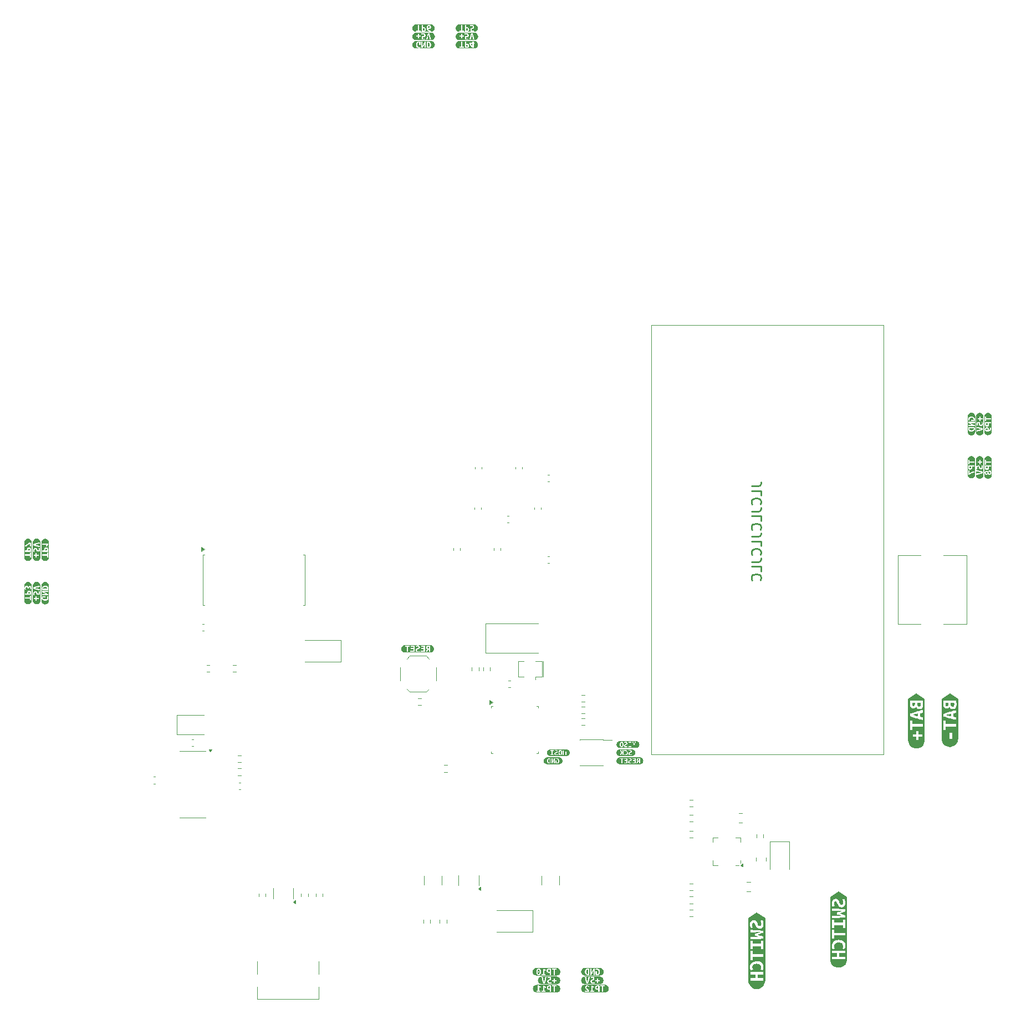
<source format=gbr>
%TF.GenerationSoftware,KiCad,Pcbnew,9.0.4*%
%TF.CreationDate,2025-08-20T12:15:09+02:00*%
%TF.ProjectId,BoardGame,426f6172-6447-4616-9d65-2e6b69636164,rev?*%
%TF.SameCoordinates,Original*%
%TF.FileFunction,Legend,Bot*%
%TF.FilePolarity,Positive*%
%FSLAX46Y46*%
G04 Gerber Fmt 4.6, Leading zero omitted, Abs format (unit mm)*
G04 Created by KiCad (PCBNEW 9.0.4) date 2025-08-20 12:15:09*
%MOMM*%
%LPD*%
G01*
G04 APERTURE LIST*
%ADD10C,0.250000*%
%ADD11C,0.120000*%
%ADD12C,0.000000*%
G04 APERTURE END LIST*
D10*
X181180928Y-83571428D02*
X182252357Y-83571428D01*
X182252357Y-83571428D02*
X182466642Y-83499999D01*
X182466642Y-83499999D02*
X182609500Y-83357142D01*
X182609500Y-83357142D02*
X182680928Y-83142856D01*
X182680928Y-83142856D02*
X182680928Y-82999999D01*
X182680928Y-84999999D02*
X182680928Y-84285713D01*
X182680928Y-84285713D02*
X181180928Y-84285713D01*
X182538071Y-86357142D02*
X182609500Y-86285714D01*
X182609500Y-86285714D02*
X182680928Y-86071428D01*
X182680928Y-86071428D02*
X182680928Y-85928571D01*
X182680928Y-85928571D02*
X182609500Y-85714285D01*
X182609500Y-85714285D02*
X182466642Y-85571428D01*
X182466642Y-85571428D02*
X182323785Y-85499999D01*
X182323785Y-85499999D02*
X182038071Y-85428571D01*
X182038071Y-85428571D02*
X181823785Y-85428571D01*
X181823785Y-85428571D02*
X181538071Y-85499999D01*
X181538071Y-85499999D02*
X181395214Y-85571428D01*
X181395214Y-85571428D02*
X181252357Y-85714285D01*
X181252357Y-85714285D02*
X181180928Y-85928571D01*
X181180928Y-85928571D02*
X181180928Y-86071428D01*
X181180928Y-86071428D02*
X181252357Y-86285714D01*
X181252357Y-86285714D02*
X181323785Y-86357142D01*
X181180928Y-87428571D02*
X182252357Y-87428571D01*
X182252357Y-87428571D02*
X182466642Y-87357142D01*
X182466642Y-87357142D02*
X182609500Y-87214285D01*
X182609500Y-87214285D02*
X182680928Y-86999999D01*
X182680928Y-86999999D02*
X182680928Y-86857142D01*
X182680928Y-88857142D02*
X182680928Y-88142856D01*
X182680928Y-88142856D02*
X181180928Y-88142856D01*
X182538071Y-90214285D02*
X182609500Y-90142857D01*
X182609500Y-90142857D02*
X182680928Y-89928571D01*
X182680928Y-89928571D02*
X182680928Y-89785714D01*
X182680928Y-89785714D02*
X182609500Y-89571428D01*
X182609500Y-89571428D02*
X182466642Y-89428571D01*
X182466642Y-89428571D02*
X182323785Y-89357142D01*
X182323785Y-89357142D02*
X182038071Y-89285714D01*
X182038071Y-89285714D02*
X181823785Y-89285714D01*
X181823785Y-89285714D02*
X181538071Y-89357142D01*
X181538071Y-89357142D02*
X181395214Y-89428571D01*
X181395214Y-89428571D02*
X181252357Y-89571428D01*
X181252357Y-89571428D02*
X181180928Y-89785714D01*
X181180928Y-89785714D02*
X181180928Y-89928571D01*
X181180928Y-89928571D02*
X181252357Y-90142857D01*
X181252357Y-90142857D02*
X181323785Y-90214285D01*
X181180928Y-91285714D02*
X182252357Y-91285714D01*
X182252357Y-91285714D02*
X182466642Y-91214285D01*
X182466642Y-91214285D02*
X182609500Y-91071428D01*
X182609500Y-91071428D02*
X182680928Y-90857142D01*
X182680928Y-90857142D02*
X182680928Y-90714285D01*
X182680928Y-92714285D02*
X182680928Y-91999999D01*
X182680928Y-91999999D02*
X181180928Y-91999999D01*
X182538071Y-94071428D02*
X182609500Y-94000000D01*
X182609500Y-94000000D02*
X182680928Y-93785714D01*
X182680928Y-93785714D02*
X182680928Y-93642857D01*
X182680928Y-93642857D02*
X182609500Y-93428571D01*
X182609500Y-93428571D02*
X182466642Y-93285714D01*
X182466642Y-93285714D02*
X182323785Y-93214285D01*
X182323785Y-93214285D02*
X182038071Y-93142857D01*
X182038071Y-93142857D02*
X181823785Y-93142857D01*
X181823785Y-93142857D02*
X181538071Y-93214285D01*
X181538071Y-93214285D02*
X181395214Y-93285714D01*
X181395214Y-93285714D02*
X181252357Y-93428571D01*
X181252357Y-93428571D02*
X181180928Y-93642857D01*
X181180928Y-93642857D02*
X181180928Y-93785714D01*
X181180928Y-93785714D02*
X181252357Y-94000000D01*
X181252357Y-94000000D02*
X181323785Y-94071428D01*
X181180928Y-95142857D02*
X182252357Y-95142857D01*
X182252357Y-95142857D02*
X182466642Y-95071428D01*
X182466642Y-95071428D02*
X182609500Y-94928571D01*
X182609500Y-94928571D02*
X182680928Y-94714285D01*
X182680928Y-94714285D02*
X182680928Y-94571428D01*
X182680928Y-96571428D02*
X182680928Y-95857142D01*
X182680928Y-95857142D02*
X181180928Y-95857142D01*
X182538071Y-97928571D02*
X182609500Y-97857143D01*
X182609500Y-97857143D02*
X182680928Y-97642857D01*
X182680928Y-97642857D02*
X182680928Y-97500000D01*
X182680928Y-97500000D02*
X182609500Y-97285714D01*
X182609500Y-97285714D02*
X182466642Y-97142857D01*
X182466642Y-97142857D02*
X182323785Y-97071428D01*
X182323785Y-97071428D02*
X182038071Y-97000000D01*
X182038071Y-97000000D02*
X181823785Y-97000000D01*
X181823785Y-97000000D02*
X181538071Y-97071428D01*
X181538071Y-97071428D02*
X181395214Y-97142857D01*
X181395214Y-97142857D02*
X181252357Y-97285714D01*
X181252357Y-97285714D02*
X181180928Y-97500000D01*
X181180928Y-97500000D02*
X181180928Y-97642857D01*
X181180928Y-97642857D02*
X181252357Y-97857143D01*
X181252357Y-97857143D02*
X181323785Y-97928571D01*
D11*
%TO.C,C1006*%
X141850000Y-93059420D02*
X141850000Y-93340580D01*
X142870000Y-93059420D02*
X142870000Y-93340580D01*
%TO.C,R303*%
X172237258Y-146227500D02*
X171762742Y-146227500D01*
X172237258Y-147272500D02*
X171762742Y-147272500D01*
%TO.C,R201*%
X103237258Y-124677500D02*
X102762742Y-124677500D01*
X103237258Y-125722500D02*
X102762742Y-125722500D01*
%TO.C,R401*%
X102432258Y-110875000D02*
X101957742Y-110875000D01*
X102432258Y-111920000D02*
X101957742Y-111920000D01*
%TO.C,R1006*%
X134737258Y-126177500D02*
X134262742Y-126177500D01*
X134737258Y-127222500D02*
X134262742Y-127222500D01*
%TO.C,R202*%
X106947878Y-146237258D02*
X106947878Y-145762742D01*
X105902878Y-146237258D02*
X105902878Y-145762742D01*
%TO.C,LS501*%
X203550000Y-104650000D02*
X203550000Y-94150000D01*
X203550000Y-94150000D02*
X207050000Y-94150000D01*
X207050000Y-104650000D02*
X203550000Y-104650000D01*
X210550000Y-104650000D02*
X214050000Y-104650000D01*
X214050000Y-104650000D02*
X214050000Y-94150000D01*
X214050000Y-94150000D02*
X210550000Y-94150000D01*
%TO.C,U501*%
X141390000Y-117140000D02*
X141665000Y-117140000D01*
X148610000Y-117140000D02*
X148335000Y-117140000D01*
X141390000Y-117415000D02*
X141390000Y-117140000D01*
X148610000Y-117415000D02*
X148610000Y-117140000D01*
X141390000Y-124085000D02*
X141390000Y-124360000D01*
X148610000Y-124085000D02*
X148610000Y-124360000D01*
X141390000Y-124360000D02*
X141665000Y-124360000D01*
X148610000Y-124360000D02*
X148335000Y-124360000D01*
X141665000Y-116550000D02*
X141195000Y-116890000D01*
X141195000Y-116210000D01*
X141665000Y-116550000D01*
G36*
X141665000Y-116550000D02*
G01*
X141195000Y-116890000D01*
X141195000Y-116210000D01*
X141665000Y-116550000D01*
G37*
%TO.C,R602*%
X131077500Y-149762742D02*
X131077500Y-150237258D01*
X132122500Y-149762742D02*
X132122500Y-150237258D01*
%TO.C,R1002*%
X155262742Y-120072500D02*
X155737258Y-120072500D01*
X155262742Y-119027500D02*
X155737258Y-119027500D01*
%TO.C,R204*%
X103237258Y-126677500D02*
X102762742Y-126677500D01*
X103237258Y-127722500D02*
X102762742Y-127722500D01*
%TO.C,C602*%
X151860000Y-144461252D02*
X151860000Y-143038748D01*
X149140000Y-144461252D02*
X149140000Y-143038748D01*
%TO.C,R501*%
X130737258Y-115977500D02*
X130262742Y-115977500D01*
X130737258Y-117022500D02*
X130262742Y-117022500D01*
%TO.C,C501*%
X144365580Y-113240000D02*
X144084420Y-113240000D01*
X144365580Y-114260000D02*
X144084420Y-114260000D01*
%TO.C,R1004*%
X155262742Y-116522500D02*
X155737258Y-116522500D01*
X155262742Y-115477500D02*
X155737258Y-115477500D01*
%TO.C,C203*%
X93377500Y-121510000D02*
X93377500Y-118490000D01*
X93377500Y-118490000D02*
X97597500Y-118490000D01*
X97597500Y-121510000D02*
X93377500Y-121510000D01*
%TO.C,C1007*%
X135660000Y-93059420D02*
X135660000Y-93340580D01*
X136680000Y-93059420D02*
X136680000Y-93340580D01*
%TO.C,D601*%
X147760000Y-148350000D02*
X147760000Y-151650000D01*
X147760000Y-148350000D02*
X142250000Y-148350000D01*
X147760000Y-151650000D02*
X142250000Y-151650000D01*
%TO.C,C401*%
X97575580Y-104637500D02*
X97294420Y-104637500D01*
X97575580Y-105657500D02*
X97294420Y-105657500D01*
%TO.C,R301*%
X172237258Y-148227500D02*
X171762742Y-148227500D01*
X172237258Y-149272500D02*
X171762742Y-149272500D01*
%TO.C,R1001*%
X139522500Y-111737258D02*
X139522500Y-111262742D01*
X138477500Y-111737258D02*
X138477500Y-111262742D01*
%TO.C,C303*%
X180488748Y-145485000D02*
X181011252Y-145485000D01*
X180488748Y-144015000D02*
X181011252Y-144015000D01*
%TO.C,C1009*%
X143859420Y-89110000D02*
X144140580Y-89110000D01*
X143859420Y-88090000D02*
X144140580Y-88090000D01*
%TO.C,C1005*%
X150059420Y-95310000D02*
X150340580Y-95310000D01*
X150059420Y-94290000D02*
X150340580Y-94290000D01*
%TO.C,J201*%
X115125378Y-156100000D02*
X115125378Y-158100000D01*
X115125378Y-160000000D02*
X115125378Y-161900000D01*
X115125378Y-161900000D02*
X105725378Y-161900000D01*
X105725378Y-156100000D02*
X105725378Y-158100000D01*
X105725378Y-160000000D02*
X105725378Y-161900000D01*
%TO.C,C201*%
X102859420Y-129910000D02*
X103140580Y-129910000D01*
X102859420Y-128890000D02*
X103140580Y-128890000D01*
%TO.C,FB201*%
X115697878Y-146237258D02*
X115697878Y-145762742D01*
X114652878Y-146237258D02*
X114652878Y-145762742D01*
%TO.C,C1008*%
X139910000Y-87140580D02*
X139910000Y-86859420D01*
X138890000Y-87140580D02*
X138890000Y-86859420D01*
%TO.C,R307*%
X172237258Y-144227500D02*
X171762742Y-144227500D01*
X172237258Y-145272500D02*
X171762742Y-145272500D01*
%TO.C,U601*%
X139560000Y-143750000D02*
X139560000Y-144550000D01*
X139560000Y-143750000D02*
X139560000Y-142950000D01*
X136440000Y-143750000D02*
X136440000Y-144550000D01*
X136440000Y-143750000D02*
X136440000Y-142950000D01*
X139840000Y-145290000D02*
X139510000Y-145050000D01*
X139840000Y-144810000D01*
X139840000Y-145290000D01*
G36*
X139840000Y-145290000D02*
G01*
X139510000Y-145050000D01*
X139840000Y-144810000D01*
X139840000Y-145290000D01*
G37*
%TO.C,C301*%
X183990000Y-137825500D02*
X187010000Y-137825500D01*
X187010000Y-137825500D02*
X187010000Y-142045500D01*
X183990000Y-142045500D02*
X183990000Y-137825500D01*
%TO.C,U202*%
X95825000Y-124045000D02*
X97775000Y-124045000D01*
X95825000Y-124045000D02*
X93875000Y-124045000D01*
X95825000Y-134165000D02*
X97775000Y-134165000D01*
X95825000Y-134165000D02*
X93875000Y-134165000D01*
X98525000Y-124100000D02*
X98285000Y-123770000D01*
X98765000Y-123770000D01*
X98525000Y-124100000D01*
G36*
X98525000Y-124100000D02*
G01*
X98285000Y-123770000D01*
X98765000Y-123770000D01*
X98525000Y-124100000D01*
G37*
%TO.C,U201*%
X111235378Y-145750000D02*
X111235378Y-146550000D01*
X111235378Y-145750000D02*
X111235378Y-144950000D01*
X108115378Y-145750000D02*
X108115378Y-146550000D01*
X108115378Y-145750000D02*
X108115378Y-144950000D01*
X111515378Y-147290000D02*
X111185378Y-147050000D01*
X111515378Y-146810000D01*
X111515378Y-147290000D01*
G36*
X111515378Y-147290000D02*
G01*
X111185378Y-147050000D01*
X111515378Y-146810000D01*
X111515378Y-147290000D01*
G37*
%TO.C,D501*%
X118510000Y-107100000D02*
X118510000Y-110400000D01*
X118510000Y-107100000D02*
X113000000Y-107100000D01*
X118510000Y-110400000D02*
X113000000Y-110400000D01*
%TO.C,SW501*%
X133000000Y-111250000D02*
X133000000Y-113250000D01*
X131950000Y-109950000D02*
X131500000Y-109500000D01*
X131950000Y-114550000D02*
X131500000Y-115000000D01*
X131500000Y-109500000D02*
X129000000Y-109500000D01*
X131500000Y-115000000D02*
X129000000Y-115000000D01*
X128550000Y-109950000D02*
X129000000Y-109500000D01*
X128550000Y-114550000D02*
X129000000Y-115000000D01*
X127500000Y-111250000D02*
X127500000Y-113250000D01*
%TO.C,R601*%
X134622500Y-150237258D02*
X134622500Y-149762742D01*
X133577500Y-150237258D02*
X133577500Y-149762742D01*
%TO.C,C204*%
X89859420Y-128980000D02*
X90140580Y-128980000D01*
X89859420Y-127960000D02*
X90140580Y-127960000D01*
%TO.C,C502*%
X140585000Y-109060000D02*
X140585000Y-104540000D01*
X140585000Y-104540000D02*
X148650000Y-104540000D01*
X148650000Y-109060000D02*
X140585000Y-109060000D01*
%TO.C,BT301*%
X201399000Y-59000000D02*
X165899000Y-59000000D01*
X165899000Y-124500000D01*
X201399000Y-124500000D01*
X201399000Y-59000000D01*
%TO.C,R310*%
X183022500Y-137237258D02*
X183022500Y-136762742D01*
X181977500Y-137237258D02*
X181977500Y-136762742D01*
%TO.C,R305*%
X172237258Y-133727500D02*
X171762742Y-133727500D01*
X172237258Y-134772500D02*
X171762742Y-134772500D01*
%TO.C,R302*%
X172237258Y-131477500D02*
X171762742Y-131477500D01*
X172237258Y-132522500D02*
X171762742Y-132522500D01*
%TO.C,C601*%
X131140000Y-143038748D02*
X131140000Y-144461252D01*
X133860000Y-143038748D02*
X133860000Y-144461252D01*
%TO.C,R308*%
X172237258Y-136227500D02*
X171762742Y-136227500D01*
X172237258Y-137272500D02*
X171762742Y-137272500D01*
%TO.C,C1001*%
X139960000Y-80940580D02*
X139960000Y-80659420D01*
X138940000Y-80940580D02*
X138940000Y-80659420D01*
%TO.C,C1003*%
X150059420Y-82910000D02*
X150340580Y-82910000D01*
X150059420Y-81890000D02*
X150340580Y-81890000D01*
%TO.C,C202*%
X95684420Y-123260000D02*
X95965580Y-123260000D01*
X95684420Y-122240000D02*
X95965580Y-122240000D01*
%TO.C,U401*%
X97385000Y-94037500D02*
X97650000Y-94037500D01*
X113005000Y-94037500D02*
X112740000Y-94037500D01*
X97385000Y-97897500D02*
X97385000Y-94037500D01*
X97385000Y-97897500D02*
X97385000Y-101757500D01*
X113005000Y-97897500D02*
X113005000Y-94037500D01*
X113005000Y-97897500D02*
X113005000Y-101757500D01*
X97385000Y-101757500D02*
X97650000Y-101757500D01*
X113005000Y-101757500D02*
X112740000Y-101757500D01*
X97650000Y-93185000D02*
X97180000Y-93525000D01*
X97180000Y-92845000D01*
X97650000Y-93185000D01*
G36*
X97650000Y-93185000D02*
G01*
X97180000Y-93525000D01*
X97180000Y-92845000D01*
X97650000Y-93185000D01*
G37*
%TO.C,Y501*%
X149400000Y-110300000D02*
X149400000Y-112300000D01*
X149400000Y-112300000D02*
X149400000Y-112700000D01*
X149200000Y-110300000D02*
X148200000Y-110300000D01*
X149200000Y-112300000D02*
X149200000Y-110300000D01*
X149200000Y-112300000D02*
X149200000Y-112700000D01*
X148200000Y-112700000D02*
X149200000Y-112700000D01*
X148200000Y-112700000D02*
X148200000Y-113100000D01*
X146400000Y-110300000D02*
X145600000Y-110300000D01*
X145600000Y-110300000D02*
X145600000Y-112300000D01*
X145600000Y-112300000D02*
X145600000Y-112700000D01*
X145600000Y-112700000D02*
X146400000Y-112700000D01*
%TO.C,U301*%
X178800000Y-141433000D02*
X179285000Y-141433000D01*
X175305000Y-141433000D02*
X176030000Y-141433000D01*
X179525000Y-140708000D02*
X179525000Y-141133000D01*
X175305000Y-140708000D02*
X175305000Y-141433000D01*
X179525000Y-137938000D02*
X179525000Y-137213000D01*
X175305000Y-137938000D02*
X175305000Y-137213000D01*
X179525000Y-137213000D02*
X178800000Y-137213000D01*
X175305000Y-137213000D02*
X176030000Y-137213000D01*
X179855000Y-141673000D02*
X179525000Y-141433000D01*
X179855000Y-141193000D01*
X179855000Y-141673000D01*
G36*
X179855000Y-141673000D02*
G01*
X179525000Y-141433000D01*
X179855000Y-141193000D01*
X179855000Y-141673000D01*
G37*
%TO.C,C302*%
X181915000Y-140288748D02*
X181915000Y-140811252D01*
X183385000Y-140288748D02*
X183385000Y-140811252D01*
%TO.C,R402*%
X97957742Y-111920000D02*
X98432258Y-111920000D01*
X97957742Y-110875000D02*
X98432258Y-110875000D01*
%TO.C,J501*%
X159840000Y-122300000D02*
X158565000Y-122300000D01*
X158565000Y-122235000D02*
X158565000Y-122300000D01*
X158565000Y-122235000D02*
X154935000Y-122235000D01*
X158565000Y-126200000D02*
X158565000Y-126265000D01*
X158565000Y-126265000D02*
X154935000Y-126265000D01*
X154935000Y-122235000D02*
X154935000Y-122300000D01*
X154935000Y-126200000D02*
X154935000Y-126265000D01*
%TO.C,R1003*%
X155262742Y-118272500D02*
X155737258Y-118272500D01*
X155262742Y-117227500D02*
X155737258Y-117227500D01*
%TO.C,C1002*%
X146150000Y-80940580D02*
X146150000Y-80659420D01*
X145130000Y-80940580D02*
X145130000Y-80659420D01*
%TO.C,C1004*%
X148040000Y-86859420D02*
X148040000Y-87140580D01*
X149060000Y-86859420D02*
X149060000Y-87140580D01*
%TO.C,R1005*%
X141272500Y-111737258D02*
X141272500Y-111262742D01*
X140227500Y-111737258D02*
X140227500Y-111262742D01*
%TO.C,C304*%
X179238748Y-134985000D02*
X179761252Y-134985000D01*
X179238748Y-133515000D02*
X179761252Y-133515000D01*
%TO.C,R203*%
X113447878Y-146237258D02*
X113447878Y-145762742D01*
X112402878Y-146237258D02*
X112402878Y-145762742D01*
D12*
%TO.C,kibuzzard-635BA7B4*%
G36*
X211703200Y-118707554D02*
G01*
X211500000Y-118669454D01*
X211304737Y-118626591D01*
X211107887Y-118575791D01*
X210896750Y-118517054D01*
X211107887Y-118458316D01*
X211304737Y-118407516D01*
X211500000Y-118363066D01*
X211703200Y-118323379D01*
X211703200Y-118707554D01*
G37*
G36*
X211296800Y-116853354D02*
G01*
X211231712Y-117078779D01*
X211052325Y-117154979D01*
X210939612Y-117132754D01*
X210872937Y-117072429D01*
X210841187Y-116983529D01*
X210833250Y-116878754D01*
X210836425Y-116786679D01*
X210845950Y-116700954D01*
X211296800Y-116700954D01*
X211296800Y-116853354D01*
G37*
G36*
X212163575Y-116791441D02*
G01*
X212166750Y-116888279D01*
X212155638Y-117018454D01*
X212114363Y-117131166D01*
X212028638Y-117212129D01*
X211887350Y-117243879D01*
X211682563Y-117153391D01*
X211620650Y-116910504D01*
X211620650Y-116700954D01*
X212154050Y-116700954D01*
X212163575Y-116791441D01*
G37*
G36*
X212771058Y-122130468D02*
G01*
X212746635Y-122378440D01*
X212674305Y-122616881D01*
X212556846Y-122836631D01*
X212398774Y-123029242D01*
X212206162Y-123187315D01*
X211986413Y-123304773D01*
X211747971Y-123377104D01*
X211500000Y-123401527D01*
X211252029Y-123377104D01*
X211013587Y-123304773D01*
X210793838Y-123187315D01*
X210601226Y-123029242D01*
X210443154Y-122836631D01*
X210325695Y-122616881D01*
X210253365Y-122378440D01*
X210228942Y-122130468D01*
X210228942Y-122130204D01*
X210228942Y-121260254D01*
X211474600Y-121260254D01*
X211474600Y-122130204D01*
X211858775Y-122130204D01*
X211858775Y-121260254D01*
X211474600Y-121260254D01*
X210228942Y-121260254D01*
X210228942Y-120822104D01*
X210515750Y-120822104D01*
X210839600Y-120822104D01*
X210839600Y-120304579D01*
X212481075Y-120304579D01*
X212481075Y-119910879D01*
X210839600Y-119910879D01*
X210839600Y-119393354D01*
X210515750Y-119393354D01*
X210515750Y-120822104D01*
X210228942Y-120822104D01*
X210228942Y-118313854D01*
X210515750Y-118313854D01*
X210515750Y-118739304D01*
X210734924Y-118809055D01*
X210960647Y-118878607D01*
X211192918Y-118947961D01*
X211431737Y-119017116D01*
X211628651Y-119072044D01*
X211832042Y-119126336D01*
X212041909Y-119179994D01*
X212258254Y-119233016D01*
X212481075Y-119285404D01*
X212481075Y-118866304D01*
X212027050Y-118774229D01*
X212027050Y-118250354D01*
X212481075Y-118161454D01*
X212481075Y-117755054D01*
X212252793Y-117811061D01*
X212032765Y-117867322D01*
X211820993Y-117923837D01*
X211617475Y-117980606D01*
X211422212Y-118037629D01*
X211186370Y-118108471D01*
X210956678Y-118178123D01*
X210733138Y-118246584D01*
X210515750Y-118313854D01*
X210228942Y-118313854D01*
X210228942Y-116818429D01*
X210493525Y-116818429D01*
X210505034Y-117020041D01*
X210539562Y-117180379D01*
X210660212Y-117399454D01*
X210826900Y-117507404D01*
X211011050Y-117535979D01*
X211142812Y-117518913D01*
X211258700Y-117467716D01*
X211430150Y-117285154D01*
X211515875Y-117453032D01*
X211627000Y-117556616D01*
X211754000Y-117610194D01*
X211887350Y-117628054D01*
X212050466Y-117612973D01*
X212184213Y-117567729D01*
X212374713Y-117404216D01*
X212435831Y-117291504D01*
X212476313Y-117159741D01*
X212498934Y-117013294D01*
X212506475Y-116856529D01*
X212502903Y-116723973D01*
X212492188Y-116586654D01*
X212474328Y-116447748D01*
X212449325Y-116310429D01*
X210541150Y-116310429D01*
X210507812Y-116554904D01*
X210493525Y-116818429D01*
X210228942Y-116818429D01*
X210228942Y-116310429D01*
X210228942Y-116045846D01*
X211500000Y-115198473D01*
X212771058Y-116045846D01*
X212771058Y-116310429D01*
X212771058Y-122130204D01*
X212771058Y-122130468D01*
G37*
%TO.C,kibuzzard-635CF483*%
G36*
X161427865Y-122747270D02*
G01*
X161465330Y-122806325D01*
X161483110Y-122893320D01*
X161486444Y-122944755D01*
X161487555Y-123000000D01*
X161486444Y-123055404D01*
X161483110Y-123107315D01*
X161465330Y-123194310D01*
X161427865Y-123252730D01*
X161363095Y-123274320D01*
X161298960Y-123252730D01*
X161260860Y-123193675D01*
X161243080Y-123106680D01*
X161239746Y-123055245D01*
X161238635Y-123000000D01*
X161239746Y-122944596D01*
X161243080Y-122892685D01*
X161260860Y-122805690D01*
X161298325Y-122747270D01*
X161363095Y-122725680D01*
X161427865Y-122747270D01*
G37*
G36*
X163556385Y-122483957D02*
G01*
X163556491Y-122483957D01*
X163657166Y-122493872D01*
X163753972Y-122523238D01*
X163843189Y-122570926D01*
X163921389Y-122635102D01*
X163985565Y-122713302D01*
X164033253Y-122802519D01*
X164062619Y-122899325D01*
X164072534Y-123000000D01*
X164062619Y-123100675D01*
X164033253Y-123197481D01*
X163985565Y-123286698D01*
X163921389Y-123364898D01*
X163843189Y-123429074D01*
X163753972Y-123476762D01*
X163657166Y-123506128D01*
X163556491Y-123516043D01*
X163556385Y-123516043D01*
X161079885Y-123516043D01*
X161079779Y-123516043D01*
X160979104Y-123506128D01*
X160882298Y-123476762D01*
X160793081Y-123429074D01*
X160714881Y-123364898D01*
X160650705Y-123286698D01*
X160603017Y-123197481D01*
X160573651Y-123100675D01*
X160563736Y-123000000D01*
X161079885Y-123000000D01*
X161084489Y-123095369D01*
X161098300Y-123178276D01*
X161121319Y-123248722D01*
X161153545Y-123306705D01*
X161209425Y-123364208D01*
X161278852Y-123398709D01*
X161361825Y-123410210D01*
X161446844Y-123398709D01*
X161517329Y-123364208D01*
X161573280Y-123306705D01*
X161605228Y-123248722D01*
X161627792Y-123179070D01*
X161731395Y-123179070D01*
X161749334Y-123277019D01*
X161803150Y-123349885D01*
X161859242Y-123383399D01*
X161931843Y-123403507D01*
X162020955Y-123410210D01*
X162108902Y-123404971D01*
X162177165Y-123389255D01*
X162264795Y-123350520D01*
X162219075Y-123223520D01*
X162137160Y-123261620D01*
X162084296Y-123274955D01*
X162020955Y-123279400D01*
X161955550Y-123271145D01*
X161914275Y-123248285D01*
X161893320Y-123215265D01*
X161887605Y-123177800D01*
X161901575Y-123134620D01*
X161937135Y-123100965D01*
X161985395Y-123074295D01*
X162038735Y-123052070D01*
X162112395Y-123022860D01*
X162181610Y-122980950D01*
X162233045Y-122918085D01*
X162253365Y-122824740D01*
X162237394Y-122737110D01*
X162382905Y-122737110D01*
X162553085Y-122737110D01*
X162553085Y-123264160D01*
X162382905Y-123264160D01*
X162382905Y-123393700D01*
X162882015Y-123393700D01*
X162979805Y-123393700D01*
X163123315Y-123393700D01*
X163115695Y-122782830D01*
X163212215Y-123115570D01*
X163326515Y-123115570D01*
X163419225Y-122782830D01*
X163412875Y-123393700D01*
X163556385Y-123393700D01*
X163552416Y-123295275D01*
X163548130Y-123193040D01*
X163543526Y-123089218D01*
X163538605Y-122986030D01*
X163533049Y-122884747D01*
X163526540Y-122786640D01*
X163519079Y-122693612D01*
X163510665Y-122607570D01*
X163381125Y-122607570D01*
X163358900Y-122676150D01*
X163330325Y-122766320D01*
X163299845Y-122864110D01*
X163270635Y-122955550D01*
X163238885Y-122858395D01*
X163207135Y-122761875D01*
X163179195Y-122674880D01*
X163156335Y-122607570D01*
X163026795Y-122607570D01*
X163018064Y-122709170D01*
X163009650Y-122808230D01*
X163002030Y-122905544D01*
X162995680Y-123001905D01*
X162990441Y-123098108D01*
X162986155Y-123194945D01*
X162982663Y-123293211D01*
X162979805Y-123393700D01*
X162882015Y-123393700D01*
X162882015Y-123264160D01*
X162710565Y-123264160D01*
X162710565Y-122737110D01*
X162882015Y-122737110D01*
X162882015Y-122607570D01*
X162382905Y-122607570D01*
X162382905Y-122737110D01*
X162237394Y-122737110D01*
X162235426Y-122726315D01*
X162181610Y-122652020D01*
X162127776Y-122617448D01*
X162061948Y-122596704D01*
X161984125Y-122589790D01*
X161916339Y-122593917D01*
X161857760Y-122606300D01*
X161766955Y-122643130D01*
X161812675Y-122763780D01*
X161883160Y-122733300D01*
X161972695Y-122720600D01*
X162041839Y-122730619D01*
X162083326Y-122760676D01*
X162097155Y-122810770D01*
X162084455Y-122850775D01*
X162052070Y-122881255D01*
X162007620Y-122904750D01*
X161958725Y-122923800D01*
X161881890Y-122954915D01*
X161808230Y-123000635D01*
X161752985Y-123071755D01*
X161736792Y-123119856D01*
X161731395Y-123179070D01*
X161627792Y-123179070D01*
X161628049Y-123178276D01*
X161641741Y-123095369D01*
X161646305Y-123000000D01*
X161641622Y-122904631D01*
X161627572Y-122821724D01*
X161604157Y-122751278D01*
X161571375Y-122693295D01*
X161514931Y-122635792D01*
X161445504Y-122601291D01*
X161363095Y-122589790D01*
X161278146Y-122601291D01*
X161207873Y-122635792D01*
X161152275Y-122693295D01*
X161120604Y-122751278D01*
X161097982Y-122821724D01*
X161084409Y-122904631D01*
X161079885Y-123000000D01*
X160563736Y-123000000D01*
X160573651Y-122899325D01*
X160603017Y-122802519D01*
X160650705Y-122713302D01*
X160714881Y-122635102D01*
X160793081Y-122570926D01*
X160882298Y-122523238D01*
X160979104Y-122493872D01*
X161079779Y-122483957D01*
X161079885Y-122483957D01*
X163556385Y-122483957D01*
G37*
%TO.C,kibuzzard-635CFAA6*%
G36*
X73543086Y-93154546D02*
G01*
X73591306Y-93189669D01*
X73618095Y-93244240D01*
X73627025Y-93314288D01*
X73626231Y-93362707D01*
X73622263Y-93411126D01*
X73304763Y-93411126D01*
X73304763Y-93331751D01*
X73314089Y-93249597D01*
X73342069Y-93190463D01*
X73392670Y-93154744D01*
X73469863Y-93142838D01*
X73543086Y-93154546D01*
G37*
G36*
X73409842Y-91617353D02*
G01*
X73515464Y-91649393D01*
X73612805Y-91701423D01*
X73698125Y-91771444D01*
X73768145Y-91856764D01*
X73820175Y-91954105D01*
X73852215Y-92059726D01*
X73863033Y-92169568D01*
X73863033Y-92169700D01*
X73863033Y-94446176D01*
X73863033Y-94446308D01*
X73852215Y-94556150D01*
X73820175Y-94661771D01*
X73768145Y-94759112D01*
X73698125Y-94844432D01*
X73612805Y-94914453D01*
X73515464Y-94966483D01*
X73409842Y-94998523D01*
X73300000Y-95009341D01*
X73190158Y-94998523D01*
X73084536Y-94966483D01*
X72987195Y-94914453D01*
X72901875Y-94844432D01*
X72831855Y-94759112D01*
X72779825Y-94661771D01*
X72747785Y-94556150D01*
X72736967Y-94446308D01*
X72736967Y-94446176D01*
X72736967Y-93990563D01*
X72803112Y-93990563D01*
X72803112Y-94187413D01*
X73623850Y-94187413D01*
X73623850Y-94446176D01*
X73785775Y-94446176D01*
X73785775Y-93731801D01*
X73623850Y-93731801D01*
X73623850Y-93990563D01*
X72803112Y-93990563D01*
X72736967Y-93990563D01*
X72736967Y-93411126D01*
X72803112Y-93411126D01*
X72803112Y-93606388D01*
X73773075Y-93606388D01*
X73784188Y-93542094D01*
X73791331Y-93469863D01*
X73795300Y-93398426D01*
X73796888Y-93336513D01*
X73788333Y-93220978D01*
X73762668Y-93124141D01*
X73719894Y-93046000D01*
X73657717Y-92988674D01*
X73573844Y-92954278D01*
X73468275Y-92942813D01*
X73361648Y-92954366D01*
X73276717Y-92989027D01*
X73213481Y-93046794D01*
X73169825Y-93125728D01*
X73143631Y-93223889D01*
X73134900Y-93341276D01*
X73134900Y-93411126D01*
X72803112Y-93411126D01*
X72736967Y-93411126D01*
X72736967Y-92766600D01*
X72803112Y-92766600D01*
X72965037Y-92766600D01*
X72965037Y-92560225D01*
X73514313Y-92560225D01*
X73457956Y-92661825D01*
X73419063Y-92758663D01*
X73580988Y-92822163D01*
X73617500Y-92739613D01*
X73666713Y-92650713D01*
X73723863Y-92566575D01*
X73785775Y-92498313D01*
X73785775Y-92364963D01*
X72965037Y-92364963D01*
X72965037Y-92169700D01*
X72803112Y-92169700D01*
X72803112Y-92766600D01*
X72736967Y-92766600D01*
X72736967Y-92169700D01*
X72736967Y-92169568D01*
X72747785Y-92059726D01*
X72779825Y-91954105D01*
X72831855Y-91856764D01*
X72901875Y-91771444D01*
X72987195Y-91701423D01*
X73084536Y-91649393D01*
X73190158Y-91617353D01*
X73300000Y-91606535D01*
X73409842Y-91617353D01*
G37*
%TO.C,kibuzzard-635CF752*%
G36*
X72567796Y-94441545D02*
G01*
X72556886Y-94552317D01*
X72524575Y-94658831D01*
X72472105Y-94756996D01*
X72401492Y-94843038D01*
X72315450Y-94913650D01*
X72217286Y-94966120D01*
X72110771Y-94998431D01*
X72000000Y-95009341D01*
X71889229Y-94998431D01*
X71782714Y-94966120D01*
X71684550Y-94913650D01*
X71598508Y-94843038D01*
X71527895Y-94756996D01*
X71475425Y-94658831D01*
X71443114Y-94552317D01*
X71432204Y-94441545D01*
X71432204Y-94441413D01*
X71432204Y-94023901D01*
X71579312Y-94023901D01*
X71579312Y-94192176D01*
X71855537Y-94192176D01*
X71855537Y-94441413D01*
X72015875Y-94441413D01*
X72015875Y-94192176D01*
X72292100Y-94192176D01*
X72292100Y-94023901D01*
X72015875Y-94023901D01*
X72015875Y-93774663D01*
X71855537Y-93774663D01*
X71855537Y-94023901D01*
X71579312Y-94023901D01*
X71432204Y-94023901D01*
X71432204Y-93390488D01*
X71498350Y-93390488D01*
X71503112Y-93468276D01*
X71515019Y-93544476D01*
X71531687Y-93610357D01*
X71549150Y-93655601D01*
X71711075Y-93615913D01*
X71679325Y-93527013D01*
X71668609Y-93466291D01*
X71665037Y-93392076D01*
X71677737Y-93297619D01*
X71710281Y-93238882D01*
X71755525Y-93209513D01*
X71807912Y-93201576D01*
X71883319Y-93215069D01*
X71942056Y-93269044D01*
X71980156Y-93384138D01*
X71990277Y-93470260D01*
X71993650Y-93579401D01*
X72125611Y-93565113D01*
X72254794Y-93554001D01*
X72380405Y-93545666D01*
X72501650Y-93539713D01*
X72501650Y-93038063D01*
X72339725Y-93038063D01*
X72339725Y-93376201D01*
X72233363Y-93384138D01*
X72142875Y-93392076D01*
X72126647Y-93271955D01*
X72094897Y-93174059D01*
X72047625Y-93098388D01*
X71985183Y-93044589D01*
X71907925Y-93012310D01*
X71815850Y-93001551D01*
X71689644Y-93025363D01*
X71588837Y-93098388D01*
X71550737Y-93153554D01*
X71522162Y-93220626D01*
X71504303Y-93299604D01*
X71498350Y-93390488D01*
X71432204Y-93390488D01*
X71432204Y-92420526D01*
X71518987Y-92420526D01*
X71518987Y-92622138D01*
X71635669Y-92661429D01*
X71766637Y-92703101D01*
X71858624Y-92731146D01*
X71950435Y-92758134D01*
X72042069Y-92784063D01*
X72131939Y-92808581D01*
X72218458Y-92831335D01*
X72301625Y-92852326D01*
X72412750Y-92878519D01*
X72501650Y-92896776D01*
X72501650Y-92690401D01*
X72419298Y-92678494D01*
X72324644Y-92661826D01*
X72222250Y-92641783D01*
X72116681Y-92619757D01*
X72010319Y-92595944D01*
X71905544Y-92570544D01*
X71806920Y-92544549D01*
X71719012Y-92518951D01*
X71805730Y-92493551D01*
X71903956Y-92468151D01*
X72008731Y-92443544D01*
X72115094Y-92420526D01*
X72220861Y-92399094D01*
X72323850Y-92379251D01*
X72419100Y-92361788D01*
X72501650Y-92347501D01*
X72501650Y-92142713D01*
X72400844Y-92163946D01*
X72288925Y-92189544D01*
X72168473Y-92219310D01*
X72042069Y-92253044D01*
X71955285Y-92277651D01*
X71867444Y-92303844D01*
X71778544Y-92331626D01*
X71690085Y-92360553D01*
X71603566Y-92390187D01*
X71518987Y-92420526D01*
X71432204Y-92420526D01*
X71432204Y-92142713D01*
X71432204Y-92142581D01*
X71443114Y-92031809D01*
X71475425Y-91925295D01*
X71527895Y-91827130D01*
X71598508Y-91741088D01*
X71684550Y-91670476D01*
X71782714Y-91618006D01*
X71889229Y-91585695D01*
X72000000Y-91574785D01*
X72110771Y-91585695D01*
X72217286Y-91618006D01*
X72315450Y-91670476D01*
X72401492Y-91741088D01*
X72472105Y-91827130D01*
X72524575Y-91925295D01*
X72556886Y-92031809D01*
X72567796Y-92142581D01*
X72567796Y-92142713D01*
X72567796Y-94441413D01*
X72567796Y-94441545D01*
G37*
%TO.C,kibuzzard-635CF507*%
G36*
X150334850Y-125235205D02*
G01*
X150357710Y-125238380D01*
X150357710Y-125766700D01*
X150343740Y-125767970D01*
X150329770Y-125767970D01*
X150240235Y-125747650D01*
X150181815Y-125691770D01*
X150150065Y-125607315D01*
X150142921Y-125556039D01*
X150140540Y-125500000D01*
X150148160Y-125400940D01*
X150174830Y-125315850D01*
X150226900Y-125256795D01*
X150311990Y-125234570D01*
X150334850Y-125235205D01*
G37*
G36*
X151818210Y-124983957D02*
G01*
X151818316Y-124983957D01*
X151918991Y-124993872D01*
X152015797Y-125023238D01*
X152105014Y-125070926D01*
X152183214Y-125135102D01*
X152247390Y-125213302D01*
X152295078Y-125302519D01*
X152324444Y-125399325D01*
X152334359Y-125500000D01*
X152324444Y-125600675D01*
X152295078Y-125697481D01*
X152247390Y-125786698D01*
X152183214Y-125864898D01*
X152105014Y-125929074D01*
X152015797Y-125976762D01*
X151918991Y-126006128D01*
X151818316Y-126016043D01*
X151818210Y-126016043D01*
X149981790Y-126016043D01*
X149981684Y-126016043D01*
X149881009Y-126006128D01*
X149784203Y-125976762D01*
X149694986Y-125929074D01*
X149616786Y-125864898D01*
X149552610Y-125786698D01*
X149504922Y-125697481D01*
X149475556Y-125600675D01*
X149465641Y-125500000D01*
X149981790Y-125500000D01*
X149988616Y-125601124D01*
X150009095Y-125686055D01*
X150041639Y-125755746D01*
X150084660Y-125811150D01*
X150137524Y-125852901D01*
X150199595Y-125881635D01*
X150269604Y-125898304D01*
X150346280Y-125903860D01*
X150428195Y-125899415D01*
X150461740Y-125893700D01*
X150640920Y-125893700D01*
X150766650Y-125893700D01*
X150803268Y-125806564D01*
X150842003Y-125719569D01*
X150882855Y-125632715D01*
X150925823Y-125545861D01*
X150970908Y-125458866D01*
X151018110Y-125371730D01*
X151018110Y-125893700D01*
X151159080Y-125893700D01*
X151159080Y-125146940D01*
X151263220Y-125146940D01*
X151303860Y-125271400D01*
X151372440Y-125239650D01*
X151456260Y-125225680D01*
X151550240Y-125246000D01*
X151613105Y-125302515D01*
X151648665Y-125388875D01*
X151656761Y-125441739D01*
X151659460Y-125500000D01*
X151654521Y-125585725D01*
X151639704Y-125654940D01*
X151615010Y-125707645D01*
X151560082Y-125757651D01*
X151484200Y-125774320D01*
X151453720Y-125773050D01*
X151423240Y-125769240D01*
X151423240Y-125482220D01*
X151267030Y-125482220D01*
X151267030Y-125874650D01*
X151354025Y-125897510D01*
X151419271Y-125907035D01*
X151496900Y-125910210D01*
X151566909Y-125903701D01*
X151629615Y-125884175D01*
X151684384Y-125851790D01*
X151730580Y-125806705D01*
X151767727Y-125748920D01*
X151795350Y-125678435D01*
X151812495Y-125595409D01*
X151818210Y-125500000D01*
X151811542Y-125405544D01*
X151791540Y-125322835D01*
X151760107Y-125252191D01*
X151719150Y-125193930D01*
X151669302Y-125148369D01*
X151611200Y-125115825D01*
X151546747Y-125096299D01*
X151477850Y-125089790D01*
X151395935Y-125096775D01*
X151333070Y-125112650D01*
X151289255Y-125131700D01*
X151263220Y-125146940D01*
X151159080Y-125146940D01*
X151159080Y-125107570D01*
X151033350Y-125107570D01*
X150997790Y-125165831D01*
X150962230Y-125228855D01*
X150927146Y-125294101D01*
X150893015Y-125359030D01*
X150860630Y-125422847D01*
X150830785Y-125484760D01*
X150804274Y-125541910D01*
X150781890Y-125591440D01*
X150781890Y-125107570D01*
X150640920Y-125107570D01*
X150640920Y-125893700D01*
X150461740Y-125893700D01*
X150513920Y-125884810D01*
X150513920Y-125117730D01*
X150413590Y-125102490D01*
X150325960Y-125098680D01*
X150251824Y-125104395D01*
X150184355Y-125121540D01*
X150125141Y-125150909D01*
X150075770Y-125193295D01*
X150036241Y-125248857D01*
X150006555Y-125317755D01*
X149987981Y-125401099D01*
X149981790Y-125500000D01*
X149465641Y-125500000D01*
X149475556Y-125399325D01*
X149504922Y-125302519D01*
X149552610Y-125213302D01*
X149616786Y-125135102D01*
X149694986Y-125070926D01*
X149784203Y-125023238D01*
X149881009Y-124993872D01*
X149981684Y-124983957D01*
X149981790Y-124983957D01*
X151818210Y-124983957D01*
G37*
%TO.C,kibuzzard-635CF795*%
G36*
X157733438Y-159949325D02*
G01*
X157781857Y-159953294D01*
X157781857Y-160270794D01*
X157702482Y-160270794D01*
X157620329Y-160261467D01*
X157561194Y-160233487D01*
X157525476Y-160182886D01*
X157513569Y-160105694D01*
X157525277Y-160032470D01*
X157560401Y-159984250D01*
X157614971Y-159957461D01*
X157685019Y-159948531D01*
X157733438Y-159949325D01*
G37*
G36*
X158816907Y-159701410D02*
G01*
X158817039Y-159701410D01*
X158927965Y-159712336D01*
X159034629Y-159744692D01*
X159132930Y-159797235D01*
X159219093Y-159867946D01*
X159289804Y-159954109D01*
X159342347Y-160052410D01*
X159374703Y-160159074D01*
X159385629Y-160270000D01*
X159374703Y-160380926D01*
X159342347Y-160487590D01*
X159289804Y-160585891D01*
X159219093Y-160672054D01*
X159132930Y-160742765D01*
X159034629Y-160795308D01*
X158927965Y-160827664D01*
X158817039Y-160838590D01*
X158816907Y-160838590D01*
X155741919Y-160838590D01*
X155741787Y-160838590D01*
X155630861Y-160827664D01*
X155524197Y-160795308D01*
X155425896Y-160742765D01*
X155339733Y-160672054D01*
X155289233Y-160610519D01*
X155741919Y-160610519D01*
X155741919Y-160772444D01*
X156383269Y-160772444D01*
X156387238Y-160732756D01*
X156386444Y-160699419D01*
X156379102Y-160623219D01*
X156375097Y-160610519D01*
X156540432Y-160610519D01*
X156540432Y-160772444D01*
X157137332Y-160772444D01*
X157137332Y-160610519D01*
X156930957Y-160610519D01*
X156930957Y-160061244D01*
X157032557Y-160117600D01*
X157129394Y-160156494D01*
X157148693Y-160107281D01*
X157313544Y-160107281D01*
X157325098Y-160213908D01*
X157359758Y-160298840D01*
X157417526Y-160362075D01*
X157496460Y-160405731D01*
X157594620Y-160431925D01*
X157712007Y-160440656D01*
X157781857Y-160440656D01*
X157781857Y-160772444D01*
X157977119Y-160772444D01*
X157977119Y-159951706D01*
X158102532Y-159951706D01*
X158361294Y-159951706D01*
X158361294Y-160772444D01*
X158558144Y-160772444D01*
X158558144Y-159951706D01*
X158816907Y-159951706D01*
X158816907Y-159789781D01*
X158102532Y-159789781D01*
X158102532Y-159951706D01*
X157977119Y-159951706D01*
X157977119Y-159802481D01*
X157912826Y-159791369D01*
X157840594Y-159784225D01*
X157769157Y-159780256D01*
X157707244Y-159778669D01*
X157591710Y-159787224D01*
X157494872Y-159812888D01*
X157416732Y-159855662D01*
X157359405Y-159917840D01*
X157325010Y-160001712D01*
X157313544Y-160107281D01*
X157148693Y-160107281D01*
X157192894Y-159994569D01*
X157110344Y-159958056D01*
X157021444Y-159908844D01*
X156937307Y-159851694D01*
X156869044Y-159789781D01*
X156735694Y-159789781D01*
X156735694Y-160610519D01*
X156540432Y-160610519D01*
X156375097Y-160610519D01*
X156357076Y-160553369D01*
X156323738Y-160489273D01*
X156282463Y-160430338D01*
X156235632Y-160375966D01*
X156185626Y-160325563D01*
X156135619Y-160278136D01*
X156088788Y-160232694D01*
X156014176Y-160146969D01*
X155984807Y-160062831D01*
X156021319Y-159969962D01*
X156113394Y-159937419D01*
X156210232Y-159959644D01*
X156310244Y-160034256D01*
X156407082Y-159897731D01*
X156338621Y-159839787D01*
X156260238Y-159799306D01*
X156177093Y-159775494D01*
X156094344Y-159767556D01*
X155978457Y-159785019D01*
X155880032Y-159837406D01*
X155811769Y-159925512D01*
X155786369Y-160048544D01*
X155805419Y-160146175D01*
X155856219Y-160237456D01*
X155927657Y-160323181D01*
X156008619Y-160402556D01*
X156056244Y-160447800D01*
X156107044Y-160501775D01*
X156147526Y-160558131D01*
X156164194Y-160610519D01*
X155741919Y-160610519D01*
X155289233Y-160610519D01*
X155269022Y-160585891D01*
X155216479Y-160487590D01*
X155184123Y-160380926D01*
X155173197Y-160270000D01*
X155184123Y-160159074D01*
X155216479Y-160052410D01*
X155269022Y-159954109D01*
X155339733Y-159867946D01*
X155425896Y-159797235D01*
X155524197Y-159744692D01*
X155630861Y-159712336D01*
X155741787Y-159701410D01*
X155741919Y-159701410D01*
X158816907Y-159701410D01*
G37*
%TO.C,kibuzzard-635CF6FA*%
G36*
X215134963Y-74795325D02*
G01*
X215134963Y-74812788D01*
X215109563Y-74924706D01*
X215039713Y-74997731D01*
X214934144Y-75037419D01*
X214870048Y-75046348D01*
X214800000Y-75049325D01*
X214676175Y-75039800D01*
X214569812Y-75006463D01*
X214495994Y-74941375D01*
X214468212Y-74835013D01*
X214469006Y-74806438D01*
X214472975Y-74777863D01*
X215133375Y-74777863D01*
X215134963Y-74795325D01*
G37*
G36*
X214912939Y-72384320D02*
G01*
X215021539Y-72417264D01*
X215121624Y-72470761D01*
X215209350Y-72542755D01*
X215281345Y-72630481D01*
X215334842Y-72730567D01*
X215367785Y-72839166D01*
X215378908Y-72952105D01*
X215378908Y-72952237D01*
X215378908Y-75247763D01*
X215378908Y-75247895D01*
X215367785Y-75360834D01*
X215334842Y-75469433D01*
X215281345Y-75569519D01*
X215209350Y-75657245D01*
X215121624Y-75729239D01*
X215021539Y-75782736D01*
X214912939Y-75815680D01*
X214800000Y-75826803D01*
X214687061Y-75815680D01*
X214578461Y-75782736D01*
X214478376Y-75729239D01*
X214390650Y-75657245D01*
X214318655Y-75569519D01*
X214265158Y-75469433D01*
X214232215Y-75360834D01*
X214221092Y-75247895D01*
X214221092Y-75247763D01*
X214221092Y-74817550D01*
X214298350Y-74817550D01*
X214305494Y-74910220D01*
X214326925Y-74994556D01*
X214363636Y-75068573D01*
X214416619Y-75130288D01*
X214486072Y-75179698D01*
X214572194Y-75216806D01*
X214676373Y-75240023D01*
X214800000Y-75247763D01*
X214926405Y-75239230D01*
X215032569Y-75213631D01*
X215119683Y-75172952D01*
X215188938Y-75119175D01*
X215241127Y-75053095D01*
X215277044Y-74975506D01*
X215297880Y-74887995D01*
X215304825Y-74792150D01*
X215299269Y-74689756D01*
X215281013Y-74582600D01*
X214322162Y-74582600D01*
X214303112Y-74708013D01*
X214298350Y-74817550D01*
X214221092Y-74817550D01*
X214221092Y-73776150D01*
X214309462Y-73776150D01*
X214309462Y-73933312D01*
X214382289Y-73977762D01*
X214461069Y-74022212D01*
X214542627Y-74066067D01*
X214623787Y-74108731D01*
X214703559Y-74149213D01*
X214780950Y-74186519D01*
X214852388Y-74219658D01*
X214914300Y-74247638D01*
X214309462Y-74247638D01*
X214309462Y-74423850D01*
X215292125Y-74423850D01*
X215292125Y-74266688D01*
X215183205Y-74220915D01*
X215074461Y-74172496D01*
X214965894Y-74121431D01*
X214857326Y-74067721D01*
X214748583Y-74011365D01*
X214639662Y-73952362D01*
X215292125Y-73952362D01*
X215292125Y-73776150D01*
X214309462Y-73776150D01*
X214221092Y-73776150D01*
X214221092Y-73377687D01*
X214287237Y-73377687D01*
X214295969Y-73480081D01*
X214315812Y-73558662D01*
X214339625Y-73613431D01*
X214358675Y-73645975D01*
X214514250Y-73595175D01*
X214474562Y-73509450D01*
X214457100Y-73404675D01*
X214482500Y-73287200D01*
X214553144Y-73208619D01*
X214661094Y-73164169D01*
X214727173Y-73154048D01*
X214800000Y-73150675D01*
X214907156Y-73156849D01*
X214993675Y-73175369D01*
X215059556Y-73206237D01*
X215122064Y-73274897D01*
X215142900Y-73369750D01*
X215141313Y-73407850D01*
X215136550Y-73445950D01*
X214777775Y-73445950D01*
X214777775Y-73641212D01*
X215268313Y-73641212D01*
X215296888Y-73532469D01*
X215308794Y-73450911D01*
X215312763Y-73353875D01*
X215304627Y-73266364D01*
X215280219Y-73187981D01*
X215239738Y-73119520D01*
X215183381Y-73061775D01*
X215111150Y-73015341D01*
X215023044Y-72980812D01*
X214919261Y-72959381D01*
X214800000Y-72952237D01*
X214681930Y-72960572D01*
X214578544Y-72985575D01*
X214490239Y-73024866D01*
X214417412Y-73076062D01*
X214360461Y-73138372D01*
X214319781Y-73211000D01*
X214295373Y-73291566D01*
X214287237Y-73377687D01*
X214221092Y-73377687D01*
X214221092Y-72952237D01*
X214221092Y-72952105D01*
X214232215Y-72839166D01*
X214265158Y-72730567D01*
X214318655Y-72630481D01*
X214390650Y-72542755D01*
X214478376Y-72470761D01*
X214578461Y-72417264D01*
X214687061Y-72384320D01*
X214800000Y-72373197D01*
X214912939Y-72384320D01*
G37*
%TO.C,kibuzzard-635B9A1E*%
G36*
X183290108Y-159044968D02*
G01*
X183265319Y-159296656D01*
X183191905Y-159538672D01*
X183072686Y-159761714D01*
X182912244Y-159957213D01*
X182716746Y-160117654D01*
X182493703Y-160236873D01*
X182251688Y-160310288D01*
X182000000Y-160335077D01*
X181748312Y-160310288D01*
X181506297Y-160236873D01*
X181283254Y-160117654D01*
X181087756Y-159957213D01*
X180927314Y-159761714D01*
X180808095Y-159538672D01*
X180734681Y-159296656D01*
X180709892Y-159044968D01*
X180709892Y-159044704D01*
X180709892Y-157742954D01*
X181018925Y-157742954D01*
X181018925Y-158133479D01*
X181793625Y-158133479D01*
X181793625Y-158654179D01*
X181018925Y-158654179D01*
X181018925Y-159044704D01*
X182984250Y-159044704D01*
X182984250Y-158654179D01*
X182117475Y-158654179D01*
X182117475Y-158133479D01*
X182984250Y-158133479D01*
X182984250Y-157742954D01*
X181018925Y-157742954D01*
X180709892Y-157742954D01*
X180709892Y-156990479D01*
X180974475Y-156990479D01*
X180991937Y-157179391D01*
X181031625Y-157327029D01*
X181079250Y-157433391D01*
X181117350Y-157498479D01*
X181428500Y-157396879D01*
X181347537Y-157220666D01*
X181314200Y-156984129D01*
X181347537Y-156804741D01*
X181458662Y-156649166D01*
X181666625Y-156538041D01*
X181812675Y-156505895D01*
X181990475Y-156495179D01*
X182197379Y-156508055D01*
X182369358Y-156546684D01*
X182506413Y-156611066D01*
X182640953Y-156763863D01*
X182685800Y-156990479D01*
X182650875Y-157242891D01*
X182581025Y-157403229D01*
X182889000Y-157501654D01*
X182982663Y-157277816D01*
X183014809Y-157125813D01*
X183025525Y-156952379D01*
X182995892Y-156696968D01*
X182906992Y-156485301D01*
X182758825Y-156317379D01*
X182611386Y-156221534D01*
X182435769Y-156153073D01*
X182231973Y-156111996D01*
X182000000Y-156098304D01*
X181769019Y-156114973D01*
X181565025Y-156164979D01*
X181389209Y-156244751D01*
X181242762Y-156350716D01*
X181126875Y-156480891D01*
X181042737Y-156633291D01*
X180991541Y-156804345D01*
X180974475Y-156990479D01*
X180709892Y-156990479D01*
X180709892Y-154504454D01*
X181018925Y-154504454D01*
X181018925Y-155933204D01*
X181342775Y-155933204D01*
X181342775Y-155415679D01*
X182984250Y-155415679D01*
X182984250Y-155021979D01*
X181342775Y-155021979D01*
X181342775Y-154504454D01*
X181018925Y-154504454D01*
X180709892Y-154504454D01*
X180709892Y-154256804D01*
X181018925Y-154256804D01*
X181342775Y-154256804D01*
X181342775Y-153831354D01*
X182660400Y-153831354D01*
X182660400Y-154256804D01*
X182984250Y-154256804D01*
X182984250Y-153009029D01*
X182660400Y-153009029D01*
X182660400Y-153437654D01*
X181342775Y-153437654D01*
X181342775Y-153009029D01*
X181018925Y-153009029D01*
X181018925Y-154256804D01*
X180709892Y-154256804D01*
X180709892Y-151685054D01*
X181018925Y-151685054D01*
X181209425Y-151681879D01*
X181406275Y-151678704D01*
X181605903Y-151675529D01*
X181804737Y-151672354D01*
X182000794Y-151669179D01*
X182192088Y-151666004D01*
X182375047Y-151663623D01*
X182546100Y-151662829D01*
X182323850Y-151727916D01*
X182085725Y-151797766D01*
X181869825Y-151859679D01*
X181714250Y-151904129D01*
X181714250Y-152189879D01*
X181863475Y-152227979D01*
X182060325Y-152283541D01*
X182292100Y-152350216D01*
X182546100Y-152421654D01*
X182375047Y-152420860D01*
X182192088Y-152418479D01*
X182001191Y-152415304D01*
X181806325Y-152412129D01*
X181608284Y-152408954D01*
X181407862Y-152405779D01*
X181209822Y-152403398D01*
X181018925Y-152402604D01*
X181018925Y-152764554D01*
X181263797Y-152755029D01*
X181515812Y-152745504D01*
X181770606Y-152735185D01*
X182023813Y-152723279D01*
X182274241Y-152709388D01*
X182520700Y-152693116D01*
X182758825Y-152674463D01*
X182984250Y-152653429D01*
X182984250Y-152329579D01*
X182776684Y-152259729D01*
X182554038Y-152189879D01*
X182329009Y-152120029D01*
X182114300Y-152050179D01*
X182323056Y-151978741D01*
X182549275Y-151904129D01*
X182775494Y-151831104D01*
X182984250Y-151764429D01*
X182984250Y-151440579D01*
X182758428Y-151416766D01*
X182519113Y-151396129D01*
X182271463Y-151378270D01*
X182020638Y-151362791D01*
X181767431Y-151349695D01*
X181512637Y-151338979D01*
X181261416Y-151330248D01*
X181018925Y-151323104D01*
X181018925Y-151685054D01*
X180709892Y-151685054D01*
X180709892Y-150491254D01*
X180974475Y-150491254D01*
X180984794Y-150660720D01*
X181015750Y-150807166D01*
X181107825Y-151034179D01*
X181409450Y-150919879D01*
X181333250Y-150743666D01*
X181301500Y-150519829D01*
X181326547Y-150346968D01*
X181401689Y-150243251D01*
X181526925Y-150208679D01*
X181626937Y-150240429D01*
X181703137Y-150321391D01*
X181761875Y-150432516D01*
X181809500Y-150554754D01*
X181887287Y-150746841D01*
X182001588Y-150930991D01*
X182179388Y-151069104D01*
X182299641Y-151109585D01*
X182447675Y-151123079D01*
X182692547Y-151078232D01*
X182874713Y-150943691D01*
X182958497Y-150803462D01*
X183008768Y-150621958D01*
X183025525Y-150399179D01*
X183012428Y-150179310D01*
X182973138Y-150008654D01*
X182876300Y-149789579D01*
X182558800Y-149903879D01*
X182654050Y-150108666D01*
X182687388Y-150240826D01*
X182698500Y-150399179D01*
X182677863Y-150562691D01*
X182620713Y-150665879D01*
X182538163Y-150718266D01*
X182444500Y-150732554D01*
X182336550Y-150697629D01*
X182252412Y-150608729D01*
X182185738Y-150488079D01*
X182130175Y-150354729D01*
X182057150Y-150170579D01*
X181952375Y-149997541D01*
X181795212Y-149868954D01*
X181561850Y-149818154D01*
X181315787Y-149863001D01*
X181130050Y-149997541D01*
X181043619Y-150132126D01*
X180991761Y-150296697D01*
X180974475Y-150491254D01*
X180709892Y-150491254D01*
X180709892Y-149789579D01*
X180709892Y-149524996D01*
X182000000Y-148664923D01*
X183290108Y-149524996D01*
X183290108Y-149789579D01*
X183290108Y-159044704D01*
X183290108Y-159044968D01*
G37*
%TO.C,kibuzzard-635CF7DB*%
G36*
X150351644Y-159943769D02*
G01*
X150400062Y-159947737D01*
X150400062Y-160265237D01*
X150320687Y-160265237D01*
X150238534Y-160255911D01*
X150179400Y-160227931D01*
X150143681Y-160177330D01*
X150131775Y-160100137D01*
X150143483Y-160026914D01*
X150178606Y-159978694D01*
X150233177Y-159951905D01*
X150303225Y-159942975D01*
X150351644Y-159943769D01*
G37*
G36*
X151435112Y-159706967D02*
G01*
X151435245Y-159706967D01*
X151545087Y-159717785D01*
X151650708Y-159749825D01*
X151748049Y-159801855D01*
X151833369Y-159871875D01*
X151903390Y-159957195D01*
X151955420Y-160054536D01*
X151987460Y-160160158D01*
X151998278Y-160270000D01*
X151987460Y-160379842D01*
X151955420Y-160485464D01*
X151903390Y-160582805D01*
X151833369Y-160668125D01*
X151748049Y-160738145D01*
X151650708Y-160790175D01*
X151545087Y-160822215D01*
X151435245Y-160833033D01*
X151435112Y-160833033D01*
X148364887Y-160833033D01*
X148364755Y-160833033D01*
X148254913Y-160822215D01*
X148149292Y-160790175D01*
X148051951Y-160738145D01*
X147966631Y-160668125D01*
X147914795Y-160604963D01*
X148364887Y-160604963D01*
X148364887Y-160766888D01*
X148961787Y-160766888D01*
X148961787Y-160604963D01*
X149158637Y-160604963D01*
X149158637Y-160766888D01*
X149755537Y-160766888D01*
X149755537Y-160604963D01*
X149549162Y-160604963D01*
X149549162Y-160055687D01*
X149650762Y-160112044D01*
X149747600Y-160150937D01*
X149766899Y-160101725D01*
X149931750Y-160101725D01*
X149943303Y-160208352D01*
X149977964Y-160293283D01*
X150035731Y-160356519D01*
X150114665Y-160400175D01*
X150212826Y-160426369D01*
X150330212Y-160435100D01*
X150400062Y-160435100D01*
X150400062Y-160766888D01*
X150595325Y-160766888D01*
X150595325Y-159946150D01*
X150720737Y-159946150D01*
X150979500Y-159946150D01*
X150979500Y-160766888D01*
X151176350Y-160766888D01*
X151176350Y-159946150D01*
X151435112Y-159946150D01*
X151435112Y-159784225D01*
X150720737Y-159784225D01*
X150720737Y-159946150D01*
X150595325Y-159946150D01*
X150595325Y-159796925D01*
X150531031Y-159785812D01*
X150458800Y-159778669D01*
X150387362Y-159774700D01*
X150325450Y-159773112D01*
X150209915Y-159781667D01*
X150113078Y-159807332D01*
X150034937Y-159850106D01*
X149977611Y-159912283D01*
X149943215Y-159996156D01*
X149931750Y-160101725D01*
X149766899Y-160101725D01*
X149811100Y-159989012D01*
X149728550Y-159952500D01*
X149639650Y-159903287D01*
X149555512Y-159846137D01*
X149487250Y-159784225D01*
X149353900Y-159784225D01*
X149353900Y-160604963D01*
X149158637Y-160604963D01*
X148961787Y-160604963D01*
X148755412Y-160604963D01*
X148755412Y-160055687D01*
X148857012Y-160112044D01*
X148953850Y-160150937D01*
X149017350Y-159989012D01*
X148934800Y-159952500D01*
X148845900Y-159903287D01*
X148761762Y-159846137D01*
X148693500Y-159784225D01*
X148560150Y-159784225D01*
X148560150Y-160604963D01*
X148364887Y-160604963D01*
X147914795Y-160604963D01*
X147896610Y-160582805D01*
X147844580Y-160485464D01*
X147812540Y-160379842D01*
X147801722Y-160270000D01*
X147812540Y-160160158D01*
X147844580Y-160054536D01*
X147896610Y-159957195D01*
X147966631Y-159871875D01*
X148051951Y-159801855D01*
X148149292Y-159749825D01*
X148254913Y-159717785D01*
X148364755Y-159706967D01*
X148364887Y-159706967D01*
X151435112Y-159706967D01*
G37*
%TO.C,kibuzzard-635CF4E4*%
G36*
X152063220Y-123997270D02*
G01*
X152100685Y-124056325D01*
X152118465Y-124143320D01*
X152121799Y-124194755D01*
X152122910Y-124250000D01*
X152121799Y-124305404D01*
X152118465Y-124357315D01*
X152100685Y-124444310D01*
X152063220Y-124502730D01*
X151998450Y-124524320D01*
X151934315Y-124502730D01*
X151896215Y-124443675D01*
X151878435Y-124356680D01*
X151875101Y-124305245D01*
X151873990Y-124250000D01*
X151875101Y-124194596D01*
X151878435Y-124142685D01*
X151896215Y-124055690D01*
X151933680Y-123997270D01*
X151998450Y-123975680D01*
X152063220Y-123997270D01*
G37*
G36*
X152921740Y-123733957D02*
G01*
X152921846Y-123733957D01*
X153022521Y-123743872D01*
X153119327Y-123773238D01*
X153208544Y-123820926D01*
X153286744Y-123885102D01*
X153350920Y-123963302D01*
X153398608Y-124052519D01*
X153427974Y-124149325D01*
X153437889Y-124250000D01*
X153427974Y-124350675D01*
X153398608Y-124447481D01*
X153350920Y-124536698D01*
X153286744Y-124614898D01*
X153208544Y-124679074D01*
X153119327Y-124726762D01*
X153022521Y-124756128D01*
X152921846Y-124766043D01*
X152921740Y-124766043D01*
X150478260Y-124766043D01*
X150478154Y-124766043D01*
X150377479Y-124756128D01*
X150280673Y-124726762D01*
X150191456Y-124679074D01*
X150113256Y-124614898D01*
X150049080Y-124536698D01*
X150001392Y-124447481D01*
X149972026Y-124350675D01*
X149962111Y-124250000D01*
X149972026Y-124149325D01*
X150001392Y-124052519D01*
X150036354Y-123987110D01*
X150478260Y-123987110D01*
X150648440Y-123987110D01*
X150648440Y-124514160D01*
X150478260Y-124514160D01*
X150478260Y-124643700D01*
X150977370Y-124643700D01*
X150977370Y-124514160D01*
X150805920Y-124514160D01*
X150805920Y-124429070D01*
X151096750Y-124429070D01*
X151114689Y-124527019D01*
X151168505Y-124599885D01*
X151224597Y-124633399D01*
X151297198Y-124653507D01*
X151386310Y-124660210D01*
X151474257Y-124654971D01*
X151542520Y-124639255D01*
X151630150Y-124600520D01*
X151584430Y-124473520D01*
X151502515Y-124511620D01*
X151449651Y-124524955D01*
X151386310Y-124529400D01*
X151320905Y-124521145D01*
X151279630Y-124498285D01*
X151258675Y-124465265D01*
X151252960Y-124427800D01*
X151266930Y-124384620D01*
X151302490Y-124350965D01*
X151350750Y-124324295D01*
X151404090Y-124302070D01*
X151477750Y-124272860D01*
X151515504Y-124250000D01*
X151715240Y-124250000D01*
X151719844Y-124345369D01*
X151733655Y-124428276D01*
X151756674Y-124498722D01*
X151788900Y-124556705D01*
X151844780Y-124614208D01*
X151914207Y-124648709D01*
X151997180Y-124660210D01*
X152082199Y-124648709D01*
X152092432Y-124643700D01*
X152345160Y-124643700D01*
X152488670Y-124643700D01*
X152481050Y-124032830D01*
X152577570Y-124365570D01*
X152691870Y-124365570D01*
X152784580Y-124032830D01*
X152778230Y-124643700D01*
X152921740Y-124643700D01*
X152917771Y-124545275D01*
X152913485Y-124443040D01*
X152908881Y-124339218D01*
X152903960Y-124236030D01*
X152898404Y-124134747D01*
X152891895Y-124036640D01*
X152884434Y-123943612D01*
X152876020Y-123857570D01*
X152746480Y-123857570D01*
X152724255Y-123926150D01*
X152695680Y-124016320D01*
X152665200Y-124114110D01*
X152635990Y-124205550D01*
X152604240Y-124108395D01*
X152572490Y-124011875D01*
X152544550Y-123924880D01*
X152521690Y-123857570D01*
X152392150Y-123857570D01*
X152383419Y-123959170D01*
X152375005Y-124058230D01*
X152367385Y-124155544D01*
X152361035Y-124251905D01*
X152355796Y-124348108D01*
X152351510Y-124444945D01*
X152348018Y-124543211D01*
X152345160Y-124643700D01*
X152092432Y-124643700D01*
X152152684Y-124614208D01*
X152208635Y-124556705D01*
X152240583Y-124498722D01*
X152263404Y-124428276D01*
X152277096Y-124345369D01*
X152281660Y-124250000D01*
X152276977Y-124154631D01*
X152262928Y-124071724D01*
X152239512Y-124001278D01*
X152206730Y-123943295D01*
X152150286Y-123885792D01*
X152080859Y-123851291D01*
X151998450Y-123839790D01*
X151913501Y-123851291D01*
X151843228Y-123885792D01*
X151787630Y-123943295D01*
X151755959Y-124001278D01*
X151733338Y-124071724D01*
X151719764Y-124154631D01*
X151715240Y-124250000D01*
X151515504Y-124250000D01*
X151546965Y-124230950D01*
X151598400Y-124168085D01*
X151618720Y-124074740D01*
X151600781Y-123976315D01*
X151546965Y-123902020D01*
X151493131Y-123867448D01*
X151427303Y-123846704D01*
X151349480Y-123839790D01*
X151281694Y-123843917D01*
X151223115Y-123856300D01*
X151132310Y-123893130D01*
X151178030Y-124013780D01*
X151248515Y-123983300D01*
X151338050Y-123970600D01*
X151407194Y-123980619D01*
X151448681Y-124010676D01*
X151462510Y-124060770D01*
X151449810Y-124100775D01*
X151417425Y-124131255D01*
X151372975Y-124154750D01*
X151324080Y-124173800D01*
X151247245Y-124204915D01*
X151173585Y-124250635D01*
X151118340Y-124321755D01*
X151102147Y-124369856D01*
X151096750Y-124429070D01*
X150805920Y-124429070D01*
X150805920Y-123987110D01*
X150977370Y-123987110D01*
X150977370Y-123857570D01*
X150478260Y-123857570D01*
X150478260Y-123987110D01*
X150036354Y-123987110D01*
X150049080Y-123963302D01*
X150113256Y-123885102D01*
X150191456Y-123820926D01*
X150280673Y-123773238D01*
X150377479Y-123743872D01*
X150478154Y-123733957D01*
X150478260Y-123733957D01*
X152921740Y-123733957D01*
G37*
%TO.C,kibuzzard-635CFB05*%
G36*
X137771785Y-13704408D02*
G01*
X137830919Y-13732388D01*
X137866638Y-13782989D01*
X137878544Y-13860181D01*
X137866836Y-13933405D01*
X137831713Y-13981625D01*
X137777142Y-14008414D01*
X137707094Y-14017344D01*
X137658675Y-14016550D01*
X137610256Y-14012581D01*
X137610256Y-13695081D01*
X137689631Y-13695081D01*
X137771785Y-13704408D01*
G37*
G36*
X138944619Y-13117665D02*
G01*
X139052176Y-13150292D01*
X139151301Y-13203275D01*
X139238185Y-13274579D01*
X139309489Y-13361463D01*
X139362472Y-13460588D01*
X139395099Y-13568145D01*
X139406116Y-13680000D01*
X139395099Y-13791855D01*
X139362472Y-13899412D01*
X139309489Y-13998537D01*
X139238185Y-14085421D01*
X139151301Y-14156725D01*
X139052176Y-14209708D01*
X138944619Y-14242335D01*
X138832764Y-14253352D01*
X138832632Y-14253352D01*
X136575206Y-14253352D01*
X136575074Y-14253352D01*
X136463219Y-14242335D01*
X136355662Y-14209708D01*
X136256537Y-14156725D01*
X136169653Y-14085421D01*
X136111178Y-14014169D01*
X136575206Y-14014169D01*
X136575206Y-14176094D01*
X137289581Y-14176094D01*
X137289581Y-14163394D01*
X137414994Y-14163394D01*
X137479288Y-14174506D01*
X137551519Y-14181650D01*
X137622956Y-14185619D01*
X137684869Y-14187206D01*
X137800404Y-14178651D01*
X137897241Y-14152987D01*
X137975382Y-14110213D01*
X138032708Y-14048035D01*
X138067104Y-13964163D01*
X138078569Y-13858594D01*
X138067016Y-13751967D01*
X138032355Y-13667035D01*
X137974588Y-13603800D01*
X137895654Y-13560144D01*
X137797493Y-13533950D01*
X137680106Y-13525219D01*
X137610256Y-13525219D01*
X137610256Y-13223594D01*
X138178582Y-13223594D01*
X138218269Y-13385519D01*
X138307169Y-13353769D01*
X138367891Y-13343053D01*
X138442107Y-13339481D01*
X138536563Y-13352181D01*
X138595300Y-13384725D01*
X138624669Y-13429969D01*
X138632607Y-13482356D01*
X138619113Y-13557762D01*
X138565138Y-13616500D01*
X138450044Y-13654600D01*
X138363922Y-13664720D01*
X138254782Y-13668094D01*
X138269069Y-13800055D01*
X138280182Y-13929238D01*
X138288516Y-14054848D01*
X138294469Y-14176094D01*
X138796119Y-14176094D01*
X138796119Y-14014169D01*
X138457982Y-14014169D01*
X138450044Y-13907806D01*
X138442107Y-13817319D01*
X138562227Y-13801091D01*
X138660123Y-13769341D01*
X138735794Y-13722069D01*
X138789593Y-13659627D01*
X138821872Y-13582369D01*
X138832632Y-13490294D01*
X138808819Y-13364087D01*
X138735794Y-13263281D01*
X138680628Y-13225181D01*
X138613557Y-13196606D01*
X138534578Y-13178747D01*
X138443694Y-13172794D01*
X138365907Y-13177556D01*
X138289707Y-13189462D01*
X138223825Y-13206131D01*
X138178582Y-13223594D01*
X137610256Y-13223594D01*
X137610256Y-13193431D01*
X137414994Y-13193431D01*
X137414994Y-14163394D01*
X137289581Y-14163394D01*
X137289581Y-14014169D01*
X137030819Y-14014169D01*
X137030819Y-13193431D01*
X136833969Y-13193431D01*
X136833969Y-14014169D01*
X136575206Y-14014169D01*
X136111178Y-14014169D01*
X136098349Y-13998537D01*
X136045366Y-13899412D01*
X136012739Y-13791855D01*
X136001722Y-13680000D01*
X136012739Y-13568145D01*
X136045366Y-13460588D01*
X136098349Y-13361463D01*
X136169653Y-13274579D01*
X136256537Y-13203275D01*
X136355662Y-13150292D01*
X136463219Y-13117665D01*
X136575074Y-13106648D01*
X136575206Y-13106648D01*
X138832632Y-13106648D01*
X138832764Y-13106648D01*
X138944619Y-13117665D01*
G37*
%TO.C,kibuzzard-635CF4BC*%
G36*
X162920115Y-123733957D02*
G01*
X162920221Y-123733957D01*
X163020896Y-123743872D01*
X163117702Y-123773238D01*
X163206919Y-123820926D01*
X163285119Y-123885102D01*
X163349295Y-123963302D01*
X163396983Y-124052519D01*
X163426349Y-124149325D01*
X163436264Y-124250000D01*
X163426349Y-124350675D01*
X163396983Y-124447481D01*
X163349295Y-124536698D01*
X163285119Y-124614898D01*
X163206919Y-124679074D01*
X163117702Y-124726762D01*
X163020896Y-124756128D01*
X162920221Y-124766043D01*
X162920115Y-124766043D01*
X161079885Y-124766043D01*
X161079779Y-124766043D01*
X160979104Y-124756128D01*
X160882298Y-124726762D01*
X160793081Y-124679074D01*
X160749977Y-124643700D01*
X161079885Y-124643700D01*
X161256415Y-124643700D01*
X161296420Y-124547815D01*
X161323884Y-124497015D01*
X161354205Y-124447485D01*
X161386749Y-124400178D01*
X161420880Y-124356045D01*
X161487555Y-124284290D01*
X161487555Y-124643700D01*
X161643765Y-124643700D01*
X161643765Y-124605600D01*
X161740285Y-124605600D01*
X161829820Y-124643065D01*
X161890621Y-124655924D01*
X161959995Y-124660210D01*
X162062159Y-124648357D01*
X162146826Y-124612797D01*
X162213995Y-124553530D01*
X162252333Y-124494554D01*
X162277861Y-124429070D01*
X162386715Y-124429070D01*
X162404654Y-124527019D01*
X162458470Y-124599885D01*
X162514562Y-124633399D01*
X162587163Y-124653507D01*
X162676275Y-124660210D01*
X162764222Y-124654971D01*
X162832485Y-124639255D01*
X162920115Y-124600520D01*
X162874395Y-124473520D01*
X162792480Y-124511620D01*
X162739616Y-124524955D01*
X162676275Y-124529400D01*
X162610870Y-124521145D01*
X162569595Y-124498285D01*
X162548640Y-124465265D01*
X162542925Y-124427800D01*
X162556895Y-124384620D01*
X162592455Y-124350965D01*
X162640715Y-124324295D01*
X162694055Y-124302070D01*
X162767715Y-124272860D01*
X162836930Y-124230950D01*
X162888365Y-124168085D01*
X162908685Y-124074740D01*
X162890746Y-123976315D01*
X162836930Y-123902020D01*
X162783096Y-123867448D01*
X162717268Y-123846704D01*
X162639445Y-123839790D01*
X162571659Y-123843917D01*
X162513080Y-123856300D01*
X162422275Y-123893130D01*
X162467995Y-124013780D01*
X162538480Y-123983300D01*
X162628015Y-123970600D01*
X162697159Y-123980619D01*
X162738646Y-124010676D01*
X162752475Y-124060770D01*
X162739775Y-124100775D01*
X162707390Y-124131255D01*
X162662940Y-124154750D01*
X162614045Y-124173800D01*
X162537210Y-124204915D01*
X162463550Y-124250635D01*
X162408305Y-124321755D01*
X162392112Y-124369856D01*
X162386715Y-124429070D01*
X162277861Y-124429070D01*
X162279717Y-124424308D01*
X162296148Y-124342789D01*
X162301625Y-124250000D01*
X162294957Y-124157607D01*
X162274955Y-124076010D01*
X162243046Y-124005684D01*
X162200660Y-123947105D01*
X162148590Y-123900750D01*
X162087630Y-123867095D01*
X162019209Y-123846616D01*
X161944755Y-123839790D01*
X161869190Y-123846775D01*
X161810135Y-123862650D01*
X161767590Y-123881700D01*
X161741555Y-123896940D01*
X161782195Y-124021400D01*
X161852680Y-123989015D01*
X161947295Y-123975680D01*
X162019050Y-123989015D01*
X162081280Y-124033465D01*
X162125730Y-124116650D01*
X162138589Y-124175070D01*
X162142875Y-124246190D01*
X162137724Y-124328952D01*
X162122273Y-124397743D01*
X162096520Y-124452565D01*
X162035401Y-124506381D01*
X161944755Y-124524320D01*
X161843790Y-124510350D01*
X161779655Y-124482410D01*
X161740285Y-124605600D01*
X161643765Y-124605600D01*
X161643765Y-123857570D01*
X161487555Y-123857570D01*
X161487555Y-124183960D01*
X161429135Y-124105220D01*
X161371350Y-124018860D01*
X161321185Y-123933770D01*
X161283085Y-123857570D01*
X161106555Y-123857570D01*
X161149100Y-123935675D01*
X161175611Y-123980442D01*
X161205615Y-124027115D01*
X161238476Y-124075216D01*
X161273560Y-124124270D01*
X161310549Y-124172847D01*
X161349125Y-124219520D01*
X161309437Y-124260478D01*
X161269115Y-124307150D01*
X161229586Y-124358426D01*
X161192280Y-124413195D01*
X161157831Y-124470345D01*
X161126875Y-124528765D01*
X161100522Y-124587026D01*
X161079885Y-124643700D01*
X160749977Y-124643700D01*
X160714881Y-124614898D01*
X160650705Y-124536698D01*
X160603017Y-124447481D01*
X160573651Y-124350675D01*
X160563736Y-124250000D01*
X160573651Y-124149325D01*
X160603017Y-124052519D01*
X160650705Y-123963302D01*
X160714881Y-123885102D01*
X160793081Y-123820926D01*
X160882298Y-123773238D01*
X160979104Y-123743872D01*
X161079779Y-123733957D01*
X161079885Y-123733957D01*
X162920115Y-123733957D01*
G37*
%TO.C,kibuzzard-635CFB13*%
G36*
X138565138Y-16441300D02*
G01*
X138506400Y-16363513D01*
X138446869Y-16276994D01*
X138390513Y-16185712D01*
X138342888Y-16095225D01*
X138565138Y-16095225D01*
X138565138Y-16441300D01*
G37*
G36*
X137761466Y-16214089D02*
G01*
X137820600Y-16242069D01*
X137856319Y-16292670D01*
X137868225Y-16369863D01*
X137856517Y-16443086D01*
X137821394Y-16491306D01*
X137766823Y-16518095D01*
X137696775Y-16527025D01*
X137648356Y-16526231D01*
X137599937Y-16522263D01*
X137599937Y-16204763D01*
X137679312Y-16204763D01*
X137761466Y-16214089D01*
G37*
G36*
X138866763Y-15636967D02*
G01*
X138866895Y-15636967D01*
X138976737Y-15647785D01*
X139082358Y-15679825D01*
X139179699Y-15731855D01*
X139265019Y-15801875D01*
X139335040Y-15887195D01*
X139387070Y-15984536D01*
X139419110Y-16090158D01*
X139429928Y-16200000D01*
X139419110Y-16309842D01*
X139387070Y-16415464D01*
X139335040Y-16512805D01*
X139265019Y-16598125D01*
X139179699Y-16668145D01*
X139082358Y-16720175D01*
X138976737Y-16752215D01*
X138866895Y-16763033D01*
X138866763Y-16763033D01*
X136564887Y-16763033D01*
X136564755Y-16763033D01*
X136454913Y-16752215D01*
X136349292Y-16720175D01*
X136251951Y-16668145D01*
X136166631Y-16598125D01*
X136105674Y-16523850D01*
X136564887Y-16523850D01*
X136564887Y-16685775D01*
X137279262Y-16685775D01*
X137279262Y-16673075D01*
X137404675Y-16673075D01*
X137468969Y-16684188D01*
X137541200Y-16691331D01*
X137612637Y-16695300D01*
X137674550Y-16696888D01*
X137790085Y-16688333D01*
X137886922Y-16662668D01*
X137965063Y-16619894D01*
X138022389Y-16557717D01*
X138056785Y-16473844D01*
X138068250Y-16368275D01*
X138056697Y-16261648D01*
X138022036Y-16176717D01*
X137964269Y-16113481D01*
X137885335Y-16069825D01*
X137787174Y-16043631D01*
X137669787Y-16034900D01*
X137599937Y-16034900D01*
X137599937Y-15934887D01*
X138155563Y-15934887D01*
X138155563Y-16077762D01*
X138190091Y-16143842D01*
X138233350Y-16218256D01*
X138283356Y-16297830D01*
X138338125Y-16379388D01*
X138396863Y-16461342D01*
X138458775Y-16542106D01*
X138522275Y-16618108D01*
X138585775Y-16685775D01*
X138760400Y-16685775D01*
X138760400Y-16095225D01*
X138866763Y-16095225D01*
X138866763Y-15934887D01*
X138760400Y-15934887D01*
X138760400Y-15703112D01*
X138565138Y-15703112D01*
X138565138Y-15934887D01*
X138155563Y-15934887D01*
X137599937Y-15934887D01*
X137599937Y-15703112D01*
X137404675Y-15703112D01*
X137404675Y-16673075D01*
X137279262Y-16673075D01*
X137279262Y-16523850D01*
X137020500Y-16523850D01*
X137020500Y-15703112D01*
X136823650Y-15703112D01*
X136823650Y-16523850D01*
X136564887Y-16523850D01*
X136105674Y-16523850D01*
X136096610Y-16512805D01*
X136044580Y-16415464D01*
X136012540Y-16309842D01*
X136001722Y-16200000D01*
X136012540Y-16090158D01*
X136044580Y-15984536D01*
X136096610Y-15887195D01*
X136166631Y-15801875D01*
X136251951Y-15731855D01*
X136349292Y-15679825D01*
X136454913Y-15647785D01*
X136564755Y-15636967D01*
X136564887Y-15636967D01*
X138866763Y-15636967D01*
G37*
%TO.C,kibuzzard-635CFA5F*%
G36*
X70927848Y-99740258D02*
G01*
X70976069Y-99775381D01*
X71002858Y-99829952D01*
X71011788Y-99900000D01*
X71010994Y-99948419D01*
X71007025Y-99996838D01*
X70689525Y-99996838D01*
X70689525Y-99917463D01*
X70698852Y-99835309D01*
X70726831Y-99776175D01*
X70777433Y-99740456D01*
X70854625Y-99728550D01*
X70927848Y-99740258D01*
G37*
G36*
X70792939Y-98200195D02*
G01*
X70901539Y-98233139D01*
X71001624Y-98286636D01*
X71089350Y-98358630D01*
X71161345Y-98446356D01*
X71214842Y-98546442D01*
X71247785Y-98655041D01*
X71258908Y-98767980D01*
X71258908Y-98768112D01*
X71258908Y-101031888D01*
X71258908Y-101032020D01*
X71247785Y-101144959D01*
X71214842Y-101253558D01*
X71161345Y-101353644D01*
X71089350Y-101441370D01*
X71001624Y-101513364D01*
X70901539Y-101566861D01*
X70792939Y-101599805D01*
X70680000Y-101610928D01*
X70567061Y-101599805D01*
X70458461Y-101566861D01*
X70358376Y-101513364D01*
X70270650Y-101441370D01*
X70198655Y-101353644D01*
X70145158Y-101253558D01*
X70112215Y-101144959D01*
X70101092Y-101032020D01*
X70101092Y-101031888D01*
X70101092Y-100576275D01*
X70187875Y-100576275D01*
X70187875Y-100773125D01*
X71008613Y-100773125D01*
X71008613Y-101031888D01*
X71170538Y-101031888D01*
X71170538Y-100317513D01*
X71008613Y-100317513D01*
X71008613Y-100576275D01*
X70187875Y-100576275D01*
X70101092Y-100576275D01*
X70101092Y-99996838D01*
X70187875Y-99996838D01*
X70187875Y-100192100D01*
X71157838Y-100192100D01*
X71168950Y-100127806D01*
X71176094Y-100055575D01*
X71180062Y-99984138D01*
X71181650Y-99922225D01*
X71173095Y-99806690D01*
X71147431Y-99709853D01*
X71104656Y-99631712D01*
X71042479Y-99574386D01*
X70958606Y-99539990D01*
X70853038Y-99528525D01*
X70746410Y-99540078D01*
X70661479Y-99574739D01*
X70598244Y-99632506D01*
X70554587Y-99711440D01*
X70528394Y-99809601D01*
X70519662Y-99926988D01*
X70519662Y-99996838D01*
X70187875Y-99996838D01*
X70101092Y-99996838D01*
X70101092Y-99145937D01*
X70167237Y-99145937D01*
X70172794Y-99222931D01*
X70186287Y-99300719D01*
X70203750Y-99369775D01*
X70221212Y-99418987D01*
X70384725Y-99380887D01*
X70351387Y-99286431D01*
X70338291Y-99222733D01*
X70333925Y-99147525D01*
X70344641Y-99062395D01*
X70376787Y-99007031D01*
X70483150Y-98966550D01*
X70549230Y-98982028D01*
X70591894Y-99028462D01*
X70615111Y-99098709D01*
X70622850Y-99185625D01*
X70622850Y-99245950D01*
X70784775Y-99245950D01*
X70784775Y-99172925D01*
X70791125Y-99112600D01*
X70811763Y-99058625D01*
X70849863Y-99019731D01*
X70910188Y-99004650D01*
X70995119Y-99037194D01*
X71026075Y-99126887D01*
X71007819Y-99237219D01*
X70962575Y-99331675D01*
X71105450Y-99401525D01*
X71163394Y-99288019D01*
X71185420Y-99212811D01*
X71192763Y-99128475D01*
X71187603Y-99051283D01*
X71172125Y-98984806D01*
X71114181Y-98884000D01*
X71026075Y-98825262D01*
X70916538Y-98806212D01*
X70803825Y-98839550D01*
X70721275Y-98928450D01*
X70681984Y-98860783D01*
X70627612Y-98810181D01*
X70559747Y-98778630D01*
X70479975Y-98768112D01*
X70354562Y-98790337D01*
X70255344Y-98858600D01*
X70218037Y-98910987D01*
X70190256Y-98976075D01*
X70172992Y-99054259D01*
X70167237Y-99145937D01*
X70101092Y-99145937D01*
X70101092Y-98768112D01*
X70101092Y-98767980D01*
X70112215Y-98655041D01*
X70145158Y-98546442D01*
X70198655Y-98446356D01*
X70270650Y-98358630D01*
X70358376Y-98286636D01*
X70458461Y-98233139D01*
X70567061Y-98200195D01*
X70680000Y-98189072D01*
X70792939Y-98200195D01*
G37*
%TO.C,kibuzzard-635CF752*%
G36*
X216152436Y-79012632D02*
G01*
X216258951Y-79044943D01*
X216357115Y-79097413D01*
X216443157Y-79168025D01*
X216513770Y-79254067D01*
X216566240Y-79352232D01*
X216598551Y-79458746D01*
X216609461Y-79569518D01*
X216609461Y-79569650D01*
X216609461Y-81868350D01*
X216609461Y-81868482D01*
X216598551Y-81979254D01*
X216566240Y-82085768D01*
X216513770Y-82183933D01*
X216443157Y-82269975D01*
X216357115Y-82340587D01*
X216258951Y-82393057D01*
X216152436Y-82425368D01*
X216041665Y-82436278D01*
X215930894Y-82425368D01*
X215824379Y-82393057D01*
X215726215Y-82340587D01*
X215640173Y-82269975D01*
X215569560Y-82183933D01*
X215517090Y-82085768D01*
X215484779Y-81979254D01*
X215473869Y-81868482D01*
X215473869Y-81868350D01*
X215473869Y-81320662D01*
X215540015Y-81320662D01*
X215622367Y-81332569D01*
X215717021Y-81349237D01*
X215819415Y-81369280D01*
X215924984Y-81391306D01*
X216031346Y-81415119D01*
X216136121Y-81440519D01*
X216234745Y-81466514D01*
X216322653Y-81492112D01*
X216235935Y-81517512D01*
X216137709Y-81542912D01*
X216032934Y-81567519D01*
X215926571Y-81590537D01*
X215820804Y-81611969D01*
X215717815Y-81631812D01*
X215622565Y-81649275D01*
X215540015Y-81663562D01*
X215540015Y-81868350D01*
X215640821Y-81847117D01*
X215752740Y-81821519D01*
X215873192Y-81791753D01*
X215999596Y-81758019D01*
X216086380Y-81733412D01*
X216174221Y-81707219D01*
X216263121Y-81679437D01*
X216351580Y-81650510D01*
X216438099Y-81620876D01*
X216522678Y-81590537D01*
X216522678Y-81388925D01*
X216405996Y-81349634D01*
X216275028Y-81307962D01*
X216183041Y-81279917D01*
X216091230Y-81252929D01*
X215999596Y-81227000D01*
X215909726Y-81202482D01*
X215823207Y-81179728D01*
X215740040Y-81158737D01*
X215628915Y-81132544D01*
X215540015Y-81114287D01*
X215540015Y-81320662D01*
X215473869Y-81320662D01*
X215473869Y-80471350D01*
X215540015Y-80471350D01*
X215540015Y-80973000D01*
X215701940Y-80973000D01*
X215701940Y-80634862D01*
X215808302Y-80626925D01*
X215898790Y-80618987D01*
X215915018Y-80739108D01*
X215946768Y-80837004D01*
X215994040Y-80912675D01*
X216056482Y-80966474D01*
X216133740Y-80998753D01*
X216225815Y-81009512D01*
X216352021Y-80985700D01*
X216452828Y-80912675D01*
X216490928Y-80857509D01*
X216519503Y-80790437D01*
X216537362Y-80711459D01*
X216543315Y-80620575D01*
X216538553Y-80542787D01*
X216526646Y-80466587D01*
X216509978Y-80400706D01*
X216492515Y-80355462D01*
X216330590Y-80395150D01*
X216362340Y-80484050D01*
X216373056Y-80544772D01*
X216376628Y-80618987D01*
X216363928Y-80713444D01*
X216331384Y-80772181D01*
X216286140Y-80801550D01*
X216233753Y-80809487D01*
X216158346Y-80795994D01*
X216099609Y-80742019D01*
X216061509Y-80626925D01*
X216051388Y-80540803D01*
X216048015Y-80431662D01*
X215916054Y-80445950D01*
X215786871Y-80457062D01*
X215661260Y-80465397D01*
X215540015Y-80471350D01*
X215473869Y-80471350D01*
X215473869Y-79818887D01*
X215749565Y-79818887D01*
X215749565Y-79987162D01*
X216025790Y-79987162D01*
X216025790Y-80236400D01*
X216186128Y-80236400D01*
X216186128Y-79987162D01*
X216462353Y-79987162D01*
X216462353Y-79818887D01*
X216186128Y-79818887D01*
X216186128Y-79569650D01*
X216025790Y-79569650D01*
X216025790Y-79818887D01*
X215749565Y-79818887D01*
X215473869Y-79818887D01*
X215473869Y-79569650D01*
X215473869Y-79569518D01*
X215484779Y-79458746D01*
X215517090Y-79352232D01*
X215569560Y-79254067D01*
X215640173Y-79168025D01*
X215726215Y-79097413D01*
X215824379Y-79044943D01*
X215930894Y-79012632D01*
X216041665Y-79001722D01*
X216152436Y-79012632D01*
G37*
G36*
X216174342Y-72403157D02*
G01*
X216280857Y-72435468D01*
X216379021Y-72487938D01*
X216465063Y-72558550D01*
X216535676Y-72644592D01*
X216588146Y-72742757D01*
X216620457Y-72849271D01*
X216631367Y-72960043D01*
X216631367Y-72960175D01*
X216631367Y-75258875D01*
X216631367Y-75259007D01*
X216620457Y-75369779D01*
X216588146Y-75476293D01*
X216535676Y-75574458D01*
X216465063Y-75660500D01*
X216379021Y-75731112D01*
X216280857Y-75783582D01*
X216174342Y-75815893D01*
X216063571Y-75826803D01*
X215952800Y-75815893D01*
X215846285Y-75783582D01*
X215748121Y-75731112D01*
X215662079Y-75660500D01*
X215591466Y-75574458D01*
X215538996Y-75476293D01*
X215506685Y-75369779D01*
X215495775Y-75259007D01*
X215495775Y-75258875D01*
X215495775Y-74711187D01*
X215561921Y-74711187D01*
X215644273Y-74723094D01*
X215738927Y-74739762D01*
X215841321Y-74759805D01*
X215946890Y-74781831D01*
X216053252Y-74805644D01*
X216158027Y-74831044D01*
X216256651Y-74857039D01*
X216344559Y-74882637D01*
X216257841Y-74908037D01*
X216159615Y-74933437D01*
X216054840Y-74958044D01*
X215948477Y-74981062D01*
X215842710Y-75002494D01*
X215739721Y-75022337D01*
X215644471Y-75039800D01*
X215561921Y-75054087D01*
X215561921Y-75258875D01*
X215662727Y-75237642D01*
X215774646Y-75212044D01*
X215895098Y-75182278D01*
X216021502Y-75148544D01*
X216108286Y-75123937D01*
X216196127Y-75097744D01*
X216285027Y-75069962D01*
X216373486Y-75041035D01*
X216460005Y-75011401D01*
X216544584Y-74981062D01*
X216544584Y-74779450D01*
X216427902Y-74740159D01*
X216296934Y-74698487D01*
X216204947Y-74670442D01*
X216113136Y-74643454D01*
X216021502Y-74617525D01*
X215931632Y-74593007D01*
X215845113Y-74570253D01*
X215761946Y-74549262D01*
X215650821Y-74523069D01*
X215561921Y-74504812D01*
X215561921Y-74711187D01*
X215495775Y-74711187D01*
X215495775Y-73861875D01*
X215561921Y-73861875D01*
X215561921Y-74363525D01*
X215723846Y-74363525D01*
X215723846Y-74025387D01*
X215830208Y-74017450D01*
X215920696Y-74009512D01*
X215936924Y-74129633D01*
X215968674Y-74227529D01*
X216015946Y-74303200D01*
X216078388Y-74356999D01*
X216155646Y-74389278D01*
X216247721Y-74400037D01*
X216373927Y-74376225D01*
X216474734Y-74303200D01*
X216512834Y-74248034D01*
X216541409Y-74180962D01*
X216559268Y-74101984D01*
X216565221Y-74011100D01*
X216560459Y-73933312D01*
X216548552Y-73857112D01*
X216531884Y-73791231D01*
X216514421Y-73745987D01*
X216352496Y-73785675D01*
X216384246Y-73874575D01*
X216394962Y-73935297D01*
X216398534Y-74009512D01*
X216385834Y-74103969D01*
X216353290Y-74162706D01*
X216308046Y-74192075D01*
X216255659Y-74200012D01*
X216180252Y-74186519D01*
X216121515Y-74132544D01*
X216083415Y-74017450D01*
X216073294Y-73931328D01*
X216069921Y-73822187D01*
X215937960Y-73836475D01*
X215808777Y-73847587D01*
X215683166Y-73855922D01*
X215561921Y-73861875D01*
X215495775Y-73861875D01*
X215495775Y-73209412D01*
X215771471Y-73209412D01*
X215771471Y-73377687D01*
X216047696Y-73377687D01*
X216047696Y-73626925D01*
X216208034Y-73626925D01*
X216208034Y-73377687D01*
X216484259Y-73377687D01*
X216484259Y-73209412D01*
X216208034Y-73209412D01*
X216208034Y-72960175D01*
X216047696Y-72960175D01*
X216047696Y-73209412D01*
X215771471Y-73209412D01*
X215495775Y-73209412D01*
X215495775Y-72960175D01*
X215495775Y-72960043D01*
X215506685Y-72849271D01*
X215538996Y-72742757D01*
X215591466Y-72644592D01*
X215662079Y-72558550D01*
X215748121Y-72487938D01*
X215846285Y-72435468D01*
X215952800Y-72403157D01*
X216063571Y-72392247D01*
X216174342Y-72403157D01*
G37*
%TO.C,kibuzzard-635CF6FA*%
G36*
X156193562Y-157369006D02*
G01*
X156222137Y-157372975D01*
X156222137Y-158033375D01*
X156204675Y-158034963D01*
X156187212Y-158034963D01*
X156075294Y-158009563D01*
X156002269Y-157939713D01*
X155962581Y-157834144D01*
X155953652Y-157770048D01*
X155950675Y-157700000D01*
X155960200Y-157576175D01*
X155993537Y-157469812D01*
X156058625Y-157395994D01*
X156164987Y-157368212D01*
X156193562Y-157369006D01*
G37*
G36*
X158047763Y-157121092D02*
G01*
X158047895Y-157121092D01*
X158160834Y-157132215D01*
X158269433Y-157165158D01*
X158369519Y-157218655D01*
X158457245Y-157290650D01*
X158529239Y-157378376D01*
X158582736Y-157478461D01*
X158615680Y-157587061D01*
X158626803Y-157700000D01*
X158615680Y-157812939D01*
X158582736Y-157921539D01*
X158529239Y-158021624D01*
X158457245Y-158109350D01*
X158369519Y-158181345D01*
X158269433Y-158234842D01*
X158160834Y-158267785D01*
X158047895Y-158278908D01*
X158047763Y-158278908D01*
X155752237Y-158278908D01*
X155752105Y-158278908D01*
X155639166Y-158267785D01*
X155530567Y-158234842D01*
X155430481Y-158181345D01*
X155342755Y-158109350D01*
X155270761Y-158021624D01*
X155217264Y-157921539D01*
X155184320Y-157812939D01*
X155173197Y-157700000D01*
X155752237Y-157700000D01*
X155760770Y-157826405D01*
X155786369Y-157932569D01*
X155827048Y-158019683D01*
X155880825Y-158088938D01*
X155946905Y-158141127D01*
X156024494Y-158177044D01*
X156112005Y-158197880D01*
X156207850Y-158204825D01*
X156310244Y-158199269D01*
X156352177Y-158192125D01*
X156576150Y-158192125D01*
X156733312Y-158192125D01*
X156779085Y-158083205D01*
X156827504Y-157974461D01*
X156878569Y-157865894D01*
X156932279Y-157757326D01*
X156988635Y-157648583D01*
X157047638Y-157539662D01*
X157047638Y-158192125D01*
X157223850Y-158192125D01*
X157223850Y-157258675D01*
X157354025Y-157258675D01*
X157404825Y-157414250D01*
X157490550Y-157374562D01*
X157595325Y-157357100D01*
X157712800Y-157382500D01*
X157791381Y-157453144D01*
X157835831Y-157561094D01*
X157845952Y-157627173D01*
X157849325Y-157700000D01*
X157843151Y-157807156D01*
X157824631Y-157893675D01*
X157793763Y-157959556D01*
X157725103Y-158022064D01*
X157630250Y-158042900D01*
X157592150Y-158041313D01*
X157554050Y-158036550D01*
X157554050Y-157677775D01*
X157358788Y-157677775D01*
X157358788Y-158168313D01*
X157467531Y-158196888D01*
X157549089Y-158208794D01*
X157646125Y-158212763D01*
X157733636Y-158204627D01*
X157812019Y-158180219D01*
X157880480Y-158139738D01*
X157938225Y-158083381D01*
X157984659Y-158011150D01*
X158019188Y-157923044D01*
X158040619Y-157819261D01*
X158047763Y-157700000D01*
X158039428Y-157581930D01*
X158014425Y-157478544D01*
X157975134Y-157390239D01*
X157923938Y-157317412D01*
X157861628Y-157260461D01*
X157789000Y-157219781D01*
X157708434Y-157195373D01*
X157622313Y-157187237D01*
X157519919Y-157195969D01*
X157441338Y-157215812D01*
X157386569Y-157239625D01*
X157354025Y-157258675D01*
X157223850Y-157258675D01*
X157223850Y-157209462D01*
X157066688Y-157209462D01*
X157022238Y-157282289D01*
X156977788Y-157361069D01*
X156933933Y-157442627D01*
X156891269Y-157523787D01*
X156850787Y-157603559D01*
X156813481Y-157680950D01*
X156780342Y-157752388D01*
X156752362Y-157814300D01*
X156752362Y-157209462D01*
X156576150Y-157209462D01*
X156576150Y-158192125D01*
X156352177Y-158192125D01*
X156417400Y-158181013D01*
X156417400Y-157222162D01*
X156291987Y-157203112D01*
X156182450Y-157198350D01*
X156089780Y-157205494D01*
X156005444Y-157226925D01*
X155931427Y-157263636D01*
X155869712Y-157316619D01*
X155820302Y-157386072D01*
X155783194Y-157472194D01*
X155759977Y-157576373D01*
X155752237Y-157700000D01*
X155173197Y-157700000D01*
X155184320Y-157587061D01*
X155217264Y-157478461D01*
X155270761Y-157378376D01*
X155342755Y-157290650D01*
X155430481Y-157218655D01*
X155530567Y-157165158D01*
X155639166Y-157132215D01*
X155752105Y-157121092D01*
X155752237Y-157121092D01*
X158047763Y-157121092D01*
G37*
%TO.C,kibuzzard-635CF4CF*%
G36*
X163972945Y-125235205D02*
G01*
X163998345Y-125238380D01*
X163998345Y-125474600D01*
X163964055Y-125474600D01*
X163895158Y-125466821D01*
X163848485Y-125443485D01*
X163812925Y-125355220D01*
X163822450Y-125301245D01*
X163851025Y-125263780D01*
X163895158Y-125241872D01*
X163951355Y-125234570D01*
X163972945Y-125235205D01*
G37*
G36*
X164154555Y-124983957D02*
G01*
X164154661Y-124983957D01*
X164255336Y-124993872D01*
X164352142Y-125023238D01*
X164441359Y-125070926D01*
X164519559Y-125135102D01*
X164583735Y-125213302D01*
X164631423Y-125302519D01*
X164660789Y-125399325D01*
X164670704Y-125500000D01*
X164660789Y-125600675D01*
X164631423Y-125697481D01*
X164583735Y-125786698D01*
X164519559Y-125864898D01*
X164441359Y-125929074D01*
X164352142Y-125976762D01*
X164255336Y-126006128D01*
X164154661Y-126016043D01*
X164154555Y-126016043D01*
X161079885Y-126016043D01*
X161079779Y-126016043D01*
X160979104Y-126006128D01*
X160882298Y-125976762D01*
X160793081Y-125929074D01*
X160714881Y-125864898D01*
X160650705Y-125786698D01*
X160603017Y-125697481D01*
X160573651Y-125600675D01*
X160563736Y-125500000D01*
X160573651Y-125399325D01*
X160603017Y-125302519D01*
X160637979Y-125237110D01*
X161079885Y-125237110D01*
X161286895Y-125237110D01*
X161286895Y-125893700D01*
X161444375Y-125893700D01*
X161444375Y-125764160D01*
X161733935Y-125764160D01*
X161733935Y-125893700D01*
X162238125Y-125893700D01*
X162238125Y-125679070D01*
X162368935Y-125679070D01*
X162386874Y-125777019D01*
X162440690Y-125849885D01*
X162496782Y-125883399D01*
X162569383Y-125903507D01*
X162658495Y-125910210D01*
X162746442Y-125904971D01*
X162814705Y-125889255D01*
X162902335Y-125850520D01*
X162871245Y-125764160D01*
X163003935Y-125764160D01*
X163003935Y-125893700D01*
X163508125Y-125893700D01*
X163602105Y-125893700D01*
X163765935Y-125893700D01*
X163797526Y-125818929D01*
X163833880Y-125747015D01*
X163874044Y-125676054D01*
X163917065Y-125604140D01*
X163998345Y-125604140D01*
X163998345Y-125893700D01*
X164154555Y-125893700D01*
X164154555Y-125119000D01*
X164104390Y-125109475D01*
X164049145Y-125103125D01*
X163995805Y-125099950D01*
X163951355Y-125098680D01*
X163887220Y-125102490D01*
X163829435Y-125113920D01*
X163778635Y-125133287D01*
X163735455Y-125160910D01*
X163675130Y-125241555D01*
X163659414Y-125294736D01*
X163654175Y-125356490D01*
X163661160Y-125421895D01*
X163682115Y-125480950D01*
X163719263Y-125530163D01*
X163774825Y-125566040D01*
X163729105Y-125639065D01*
X163682115Y-125722885D01*
X163638300Y-125810515D01*
X163602105Y-125893700D01*
X163508125Y-125893700D01*
X163508125Y-125107570D01*
X163031875Y-125107570D01*
X163031875Y-125237110D01*
X163351915Y-125237110D01*
X163351915Y-125413640D01*
X163073785Y-125413640D01*
X163073785Y-125543180D01*
X163351915Y-125543180D01*
X163351915Y-125764160D01*
X163003935Y-125764160D01*
X162871245Y-125764160D01*
X162856615Y-125723520D01*
X162774700Y-125761620D01*
X162721836Y-125774955D01*
X162658495Y-125779400D01*
X162593090Y-125771145D01*
X162551815Y-125748285D01*
X162530860Y-125715265D01*
X162525145Y-125677800D01*
X162539115Y-125634620D01*
X162574675Y-125600965D01*
X162622935Y-125574295D01*
X162676275Y-125552070D01*
X162749935Y-125522860D01*
X162819150Y-125480950D01*
X162870585Y-125418085D01*
X162890905Y-125324740D01*
X162872966Y-125226315D01*
X162819150Y-125152020D01*
X162765316Y-125117448D01*
X162699488Y-125096704D01*
X162621665Y-125089790D01*
X162553879Y-125093917D01*
X162495300Y-125106300D01*
X162404495Y-125143130D01*
X162450215Y-125263780D01*
X162520700Y-125233300D01*
X162610235Y-125220600D01*
X162679379Y-125230619D01*
X162720866Y-125260676D01*
X162734695Y-125310770D01*
X162721995Y-125350775D01*
X162689610Y-125381255D01*
X162645160Y-125404750D01*
X162596265Y-125423800D01*
X162519430Y-125454915D01*
X162445770Y-125500635D01*
X162390525Y-125571755D01*
X162374332Y-125619856D01*
X162368935Y-125679070D01*
X162238125Y-125679070D01*
X162238125Y-125107570D01*
X161761875Y-125107570D01*
X161761875Y-125237110D01*
X162081915Y-125237110D01*
X162081915Y-125413640D01*
X161803785Y-125413640D01*
X161803785Y-125543180D01*
X162081915Y-125543180D01*
X162081915Y-125764160D01*
X161733935Y-125764160D01*
X161444375Y-125764160D01*
X161444375Y-125237110D01*
X161651385Y-125237110D01*
X161651385Y-125107570D01*
X161079885Y-125107570D01*
X161079885Y-125237110D01*
X160637979Y-125237110D01*
X160650705Y-125213302D01*
X160714881Y-125135102D01*
X160793081Y-125070926D01*
X160882298Y-125023238D01*
X160979104Y-124993872D01*
X161079779Y-124983957D01*
X161079885Y-124983957D01*
X164154555Y-124983957D01*
G37*
%TO.C,kibuzzard-635CFAF1*%
G36*
X131161516Y-13704408D02*
G01*
X131220650Y-13732388D01*
X131256369Y-13782989D01*
X131268275Y-13860181D01*
X131256567Y-13933405D01*
X131221444Y-13981625D01*
X131166873Y-14008414D01*
X131096825Y-14017344D01*
X131048406Y-14016550D01*
X130999987Y-14012581D01*
X130999987Y-13695081D01*
X131079362Y-13695081D01*
X131161516Y-13704408D01*
G37*
G36*
X131976300Y-13356944D02*
G01*
X132015194Y-13396631D01*
X132037419Y-13449019D01*
X132044563Y-13504581D01*
X132011225Y-13619675D01*
X131965584Y-13650036D01*
X131895338Y-13660156D01*
X131833425Y-13653806D01*
X131781038Y-13636344D01*
X131778656Y-13607769D01*
X131777863Y-13577606D01*
X131784213Y-13489500D01*
X131806438Y-13414094D01*
X131850094Y-13360912D01*
X131919150Y-13341069D01*
X131976300Y-13356944D01*
G37*
G36*
X132347050Y-13117665D02*
G01*
X132454607Y-13150292D01*
X132553732Y-13203275D01*
X132640616Y-13274579D01*
X132711920Y-13361463D01*
X132764903Y-13460588D01*
X132797530Y-13568145D01*
X132808547Y-13680000D01*
X132797530Y-13791855D01*
X132764903Y-13899412D01*
X132711920Y-13998537D01*
X132640616Y-14085421D01*
X132553732Y-14156725D01*
X132454607Y-14209708D01*
X132347050Y-14242335D01*
X132235195Y-14253352D01*
X132235063Y-14253352D01*
X129964937Y-14253352D01*
X129964805Y-14253352D01*
X129852950Y-14242335D01*
X129745393Y-14209708D01*
X129646268Y-14156725D01*
X129559384Y-14085421D01*
X129500909Y-14014169D01*
X129964937Y-14014169D01*
X129964937Y-14176094D01*
X130679312Y-14176094D01*
X130679312Y-14163394D01*
X130804725Y-14163394D01*
X130869019Y-14174506D01*
X130941250Y-14181650D01*
X131012687Y-14185619D01*
X131074600Y-14187206D01*
X131190135Y-14178651D01*
X131286972Y-14152987D01*
X131365113Y-14110213D01*
X131422439Y-14048035D01*
X131456835Y-13964163D01*
X131468300Y-13858594D01*
X131456747Y-13751967D01*
X131422086Y-13667035D01*
X131364319Y-13603800D01*
X131348533Y-13595069D01*
X131585775Y-13595069D01*
X131596292Y-13729609D01*
X131627844Y-13847481D01*
X131678842Y-13948288D01*
X131747700Y-14031631D01*
X131833425Y-14097116D01*
X131935025Y-14144344D01*
X132050516Y-14172919D01*
X132177913Y-14182444D01*
X132189025Y-14015756D01*
X132065200Y-14003056D01*
X131954075Y-13965750D01*
X131865969Y-13898281D01*
X131811200Y-13795094D01*
X131869938Y-13814938D01*
X131920738Y-13822081D01*
X131999914Y-13815731D01*
X132065994Y-13796681D01*
X132163625Y-13728419D01*
X132218394Y-13628406D01*
X132235063Y-13507756D01*
X132216806Y-13391869D01*
X132160450Y-13283919D01*
X132063613Y-13203750D01*
X131999319Y-13180533D01*
X131923913Y-13172794D01*
X131822577Y-13184171D01*
X131738704Y-13218302D01*
X131672294Y-13275187D01*
X131624228Y-13356238D01*
X131595388Y-13462865D01*
X131585775Y-13595069D01*
X131348533Y-13595069D01*
X131285385Y-13560144D01*
X131187224Y-13533950D01*
X131069837Y-13525219D01*
X130999987Y-13525219D01*
X130999987Y-13193431D01*
X130804725Y-13193431D01*
X130804725Y-14163394D01*
X130679312Y-14163394D01*
X130679312Y-14014169D01*
X130420550Y-14014169D01*
X130420550Y-13193431D01*
X130223700Y-13193431D01*
X130223700Y-14014169D01*
X129964937Y-14014169D01*
X129500909Y-14014169D01*
X129488080Y-13998537D01*
X129435097Y-13899412D01*
X129402470Y-13791855D01*
X129391453Y-13680000D01*
X129402470Y-13568145D01*
X129435097Y-13460588D01*
X129488080Y-13361463D01*
X129559384Y-13274579D01*
X129646268Y-13203275D01*
X129745393Y-13150292D01*
X129852950Y-13117665D01*
X129964805Y-13106648D01*
X129964937Y-13106648D01*
X132235063Y-13106648D01*
X132235195Y-13106648D01*
X132347050Y-13117665D01*
G37*
%TO.C,kibuzzard-635CFA8A*%
G36*
X70917530Y-93148989D02*
G01*
X70965750Y-93184112D01*
X70992539Y-93238683D01*
X71001469Y-93308731D01*
X71000675Y-93357150D01*
X70996706Y-93405569D01*
X70679206Y-93405569D01*
X70679206Y-93326194D01*
X70688533Y-93244041D01*
X70716513Y-93184906D01*
X70767114Y-93149187D01*
X70844306Y-93137281D01*
X70917530Y-93148989D01*
G37*
G36*
X70790926Y-91601585D02*
G01*
X70897590Y-91633941D01*
X70995891Y-91686484D01*
X71082054Y-91757195D01*
X71152765Y-91843358D01*
X71205308Y-91941659D01*
X71237664Y-92048323D01*
X71248590Y-92159249D01*
X71248590Y-92159381D01*
X71248590Y-94440619D01*
X71248590Y-94440751D01*
X71237664Y-94551677D01*
X71205308Y-94658341D01*
X71152765Y-94756642D01*
X71082054Y-94842805D01*
X70995891Y-94913516D01*
X70897590Y-94966059D01*
X70790926Y-94998415D01*
X70680000Y-95009341D01*
X70569074Y-94998415D01*
X70462410Y-94966059D01*
X70364109Y-94913516D01*
X70277946Y-94842805D01*
X70207235Y-94756642D01*
X70154692Y-94658341D01*
X70122336Y-94551677D01*
X70111410Y-94440751D01*
X70111410Y-94440619D01*
X70111410Y-93985006D01*
X70177556Y-93985006D01*
X70177556Y-94181856D01*
X70998294Y-94181856D01*
X70998294Y-94440619D01*
X71160219Y-94440619D01*
X71160219Y-93726244D01*
X70998294Y-93726244D01*
X70998294Y-93985006D01*
X70177556Y-93985006D01*
X70111410Y-93985006D01*
X70111410Y-93405569D01*
X70177556Y-93405569D01*
X70177556Y-93600831D01*
X71147519Y-93600831D01*
X71158631Y-93536537D01*
X71165775Y-93464306D01*
X71169744Y-93392869D01*
X71171331Y-93330956D01*
X71162776Y-93215422D01*
X71137112Y-93118584D01*
X71094338Y-93040444D01*
X71032160Y-92983117D01*
X70948288Y-92948722D01*
X70842719Y-92937256D01*
X70736092Y-92948810D01*
X70651160Y-92983470D01*
X70587925Y-93041237D01*
X70544269Y-93120172D01*
X70518075Y-93218332D01*
X70509344Y-93335719D01*
X70509344Y-93405569D01*
X70177556Y-93405569D01*
X70111410Y-93405569D01*
X70111410Y-92800731D01*
X70177556Y-92800731D01*
X70217244Y-92804700D01*
X70250581Y-92803906D01*
X70326781Y-92796564D01*
X70396631Y-92774537D01*
X70460727Y-92741200D01*
X70519662Y-92699925D01*
X70574034Y-92653094D01*
X70624437Y-92603087D01*
X70671864Y-92553081D01*
X70717306Y-92506250D01*
X70803031Y-92431637D01*
X70887169Y-92402269D01*
X70980038Y-92438781D01*
X71012581Y-92530856D01*
X70990356Y-92627694D01*
X70915744Y-92727706D01*
X71052269Y-92824544D01*
X71110213Y-92756083D01*
X71150694Y-92677700D01*
X71174506Y-92594555D01*
X71182444Y-92511806D01*
X71164981Y-92395919D01*
X71112594Y-92297494D01*
X71024488Y-92229231D01*
X70901456Y-92203831D01*
X70803825Y-92222881D01*
X70712544Y-92273681D01*
X70626819Y-92345119D01*
X70547444Y-92426081D01*
X70502200Y-92473706D01*
X70448225Y-92524506D01*
X70391869Y-92564987D01*
X70339481Y-92581656D01*
X70339481Y-92159381D01*
X70177556Y-92159381D01*
X70177556Y-92800731D01*
X70111410Y-92800731D01*
X70111410Y-92159381D01*
X70111410Y-92159249D01*
X70122336Y-92048323D01*
X70154692Y-91941659D01*
X70207235Y-91843358D01*
X70277946Y-91757195D01*
X70364109Y-91686484D01*
X70462410Y-91633941D01*
X70569074Y-91601585D01*
X70680000Y-91590659D01*
X70790926Y-91601585D01*
G37*
%TO.C,kibuzzard-635CF6FA*%
G36*
X131924706Y-15890437D02*
G01*
X131997731Y-15960287D01*
X132037419Y-16065856D01*
X132046348Y-16129952D01*
X132049325Y-16200000D01*
X132039800Y-16323825D01*
X132006463Y-16430188D01*
X131941375Y-16504006D01*
X131835013Y-16531788D01*
X131806438Y-16530994D01*
X131777863Y-16527025D01*
X131777863Y-15866625D01*
X131795325Y-15865037D01*
X131812788Y-15865037D01*
X131924706Y-15890437D01*
G37*
G36*
X132360834Y-15632215D02*
G01*
X132469433Y-15665158D01*
X132569519Y-15718655D01*
X132657245Y-15790650D01*
X132729239Y-15878376D01*
X132782736Y-15978461D01*
X132815680Y-16087061D01*
X132826803Y-16200000D01*
X132815680Y-16312939D01*
X132782736Y-16421539D01*
X132729239Y-16521624D01*
X132657245Y-16609350D01*
X132569519Y-16681345D01*
X132469433Y-16734842D01*
X132360834Y-16767785D01*
X132247895Y-16778908D01*
X132247763Y-16778908D01*
X129952237Y-16778908D01*
X129952105Y-16778908D01*
X129839166Y-16767785D01*
X129730567Y-16734842D01*
X129630481Y-16681345D01*
X129542755Y-16609350D01*
X129470761Y-16521624D01*
X129417264Y-16421539D01*
X129384320Y-16312939D01*
X129373197Y-16200000D01*
X129952237Y-16200000D01*
X129960572Y-16318070D01*
X129985575Y-16421456D01*
X130024866Y-16509761D01*
X130076062Y-16582588D01*
X130138372Y-16639539D01*
X130211000Y-16680219D01*
X130291566Y-16704627D01*
X130377687Y-16712763D01*
X130480081Y-16704031D01*
X130533515Y-16690538D01*
X130776150Y-16690538D01*
X130933312Y-16690538D01*
X130977762Y-16617711D01*
X131022212Y-16538931D01*
X131066067Y-16457373D01*
X131108731Y-16376213D01*
X131149213Y-16296441D01*
X131186519Y-16219050D01*
X131219658Y-16147612D01*
X131247638Y-16085700D01*
X131247638Y-16690538D01*
X131423850Y-16690538D01*
X131423850Y-15718987D01*
X131582600Y-15718987D01*
X131582600Y-16677838D01*
X131708013Y-16696888D01*
X131817550Y-16701650D01*
X131910220Y-16694506D01*
X131994556Y-16673075D01*
X132068573Y-16636364D01*
X132130288Y-16583381D01*
X132179698Y-16513928D01*
X132216806Y-16427806D01*
X132240023Y-16323627D01*
X132247763Y-16200000D01*
X132239230Y-16073595D01*
X132213631Y-15967431D01*
X132172952Y-15880317D01*
X132119175Y-15811062D01*
X132053095Y-15758873D01*
X131975506Y-15722956D01*
X131887995Y-15702120D01*
X131792150Y-15695175D01*
X131689756Y-15700731D01*
X131582600Y-15718987D01*
X131423850Y-15718987D01*
X131423850Y-15707875D01*
X131266688Y-15707875D01*
X131220915Y-15816795D01*
X131172496Y-15925539D01*
X131121431Y-16034106D01*
X131067721Y-16142674D01*
X131011365Y-16251417D01*
X130952362Y-16360338D01*
X130952362Y-15707875D01*
X130776150Y-15707875D01*
X130776150Y-16690538D01*
X130533515Y-16690538D01*
X130558662Y-16684188D01*
X130613431Y-16660375D01*
X130645975Y-16641325D01*
X130595175Y-16485750D01*
X130509450Y-16525438D01*
X130404675Y-16542900D01*
X130287200Y-16517500D01*
X130208619Y-16446856D01*
X130164169Y-16338906D01*
X130154048Y-16272827D01*
X130150675Y-16200000D01*
X130156849Y-16092844D01*
X130175369Y-16006325D01*
X130206237Y-15940444D01*
X130274897Y-15877936D01*
X130369750Y-15857100D01*
X130407850Y-15858687D01*
X130445950Y-15863450D01*
X130445950Y-16222225D01*
X130641212Y-16222225D01*
X130641212Y-15731687D01*
X130532469Y-15703112D01*
X130450911Y-15691206D01*
X130353875Y-15687237D01*
X130266364Y-15695373D01*
X130187981Y-15719781D01*
X130119520Y-15760262D01*
X130061775Y-15816619D01*
X130015341Y-15888850D01*
X129980812Y-15976956D01*
X129959381Y-16080739D01*
X129952237Y-16200000D01*
X129373197Y-16200000D01*
X129384320Y-16087061D01*
X129417264Y-15978461D01*
X129470761Y-15878376D01*
X129542755Y-15790650D01*
X129630481Y-15718655D01*
X129730567Y-15665158D01*
X129839166Y-15632215D01*
X129952105Y-15621092D01*
X129952237Y-15621092D01*
X132247763Y-15621092D01*
X132247895Y-15621092D01*
X132360834Y-15632215D01*
G37*
%TO.C,kibuzzard-635CF884*%
G36*
X150335768Y-157369006D02*
G01*
X150384187Y-157372975D01*
X150384187Y-157690475D01*
X150304812Y-157690475D01*
X150222659Y-157681148D01*
X150163524Y-157653169D01*
X150127806Y-157602567D01*
X150115899Y-157525375D01*
X150127607Y-157452152D01*
X150162731Y-157403931D01*
X150217301Y-157377142D01*
X150287349Y-157368212D01*
X150335768Y-157369006D01*
G37*
G36*
X148751046Y-157375952D02*
G01*
X148803037Y-157442031D01*
X148826849Y-157509676D01*
X148841137Y-157595137D01*
X148845899Y-157698412D01*
X148841137Y-157802570D01*
X148826849Y-157888560D01*
X148803037Y-157956381D01*
X148751046Y-158022461D01*
X148680799Y-158044488D01*
X148609560Y-158022461D01*
X148557768Y-157956381D01*
X148534397Y-157888560D01*
X148520374Y-157802570D01*
X148515699Y-157698412D01*
X148516418Y-157682537D01*
X148591899Y-157682537D01*
X148616506Y-157756356D01*
X148679212Y-157787313D01*
X148744299Y-157756356D01*
X148768112Y-157682537D01*
X148744299Y-157607925D01*
X148679212Y-157576175D01*
X148616506Y-157607925D01*
X148591899Y-157682537D01*
X148516418Y-157682537D01*
X148520374Y-157595137D01*
X148534397Y-157509676D01*
X148557768Y-157442031D01*
X148609560Y-157375952D01*
X148680799Y-157353925D01*
X148751046Y-157375952D01*
G37*
G36*
X151419237Y-157121092D02*
G01*
X151419369Y-157121092D01*
X151532309Y-157132215D01*
X151640908Y-157165158D01*
X151740994Y-157218655D01*
X151828719Y-157290650D01*
X151900714Y-157378376D01*
X151954211Y-157478461D01*
X151987154Y-157587061D01*
X151998278Y-157700000D01*
X151987154Y-157812939D01*
X151954211Y-157921539D01*
X151900714Y-158021624D01*
X151828719Y-158109350D01*
X151740994Y-158181345D01*
X151640908Y-158234842D01*
X151532309Y-158267785D01*
X151419369Y-158278908D01*
X151419237Y-158278908D01*
X148339487Y-158278908D01*
X148339355Y-158278908D01*
X148226415Y-158267785D01*
X148117816Y-158234842D01*
X148017730Y-158181345D01*
X147930005Y-158109350D01*
X147858010Y-158021624D01*
X147804513Y-157921539D01*
X147771570Y-157812939D01*
X147760446Y-157700000D01*
X147760602Y-157698412D01*
X148339487Y-157698412D01*
X148344944Y-157820253D01*
X148361315Y-157925425D01*
X148388600Y-158013928D01*
X148426799Y-158085763D01*
X148493827Y-158156318D01*
X148578494Y-158198651D01*
X148680799Y-158212763D01*
X148783105Y-158198651D01*
X148867772Y-158156318D01*
X148934799Y-158085763D01*
X148964346Y-158030200D01*
X149142762Y-158030200D01*
X149142762Y-158192125D01*
X149739662Y-158192125D01*
X149739662Y-158030200D01*
X149533287Y-158030200D01*
X149533287Y-157480925D01*
X149634887Y-157537281D01*
X149731724Y-157576175D01*
X149751023Y-157526962D01*
X149915874Y-157526962D01*
X149927428Y-157633590D01*
X149962088Y-157718521D01*
X150019856Y-157781756D01*
X150098790Y-157825413D01*
X150196950Y-157851606D01*
X150314337Y-157860338D01*
X150384187Y-157860338D01*
X150384187Y-158192125D01*
X150579449Y-158192125D01*
X150579449Y-157371387D01*
X150704862Y-157371387D01*
X150963624Y-157371387D01*
X150963624Y-158192125D01*
X151160474Y-158192125D01*
X151160474Y-157371387D01*
X151419237Y-157371387D01*
X151419237Y-157209462D01*
X150704862Y-157209462D01*
X150704862Y-157371387D01*
X150579449Y-157371387D01*
X150579449Y-157222162D01*
X150515156Y-157211050D01*
X150442924Y-157203906D01*
X150371487Y-157199938D01*
X150309574Y-157198350D01*
X150194040Y-157206905D01*
X150097202Y-157232569D01*
X150019062Y-157275344D01*
X149961736Y-157337521D01*
X149927340Y-157421394D01*
X149915874Y-157526962D01*
X149751023Y-157526962D01*
X149795224Y-157414250D01*
X149712674Y-157377737D01*
X149623774Y-157328525D01*
X149539637Y-157271375D01*
X149471374Y-157209462D01*
X149338024Y-157209462D01*
X149338024Y-158030200D01*
X149142762Y-158030200D01*
X148964346Y-158030200D01*
X148972999Y-158013928D01*
X149000284Y-157925425D01*
X149016655Y-157820253D01*
X149022112Y-157698412D01*
X149016556Y-157577961D01*
X148999887Y-157473781D01*
X148972106Y-157385873D01*
X148933212Y-157314237D01*
X148865655Y-157243682D01*
X148781518Y-157201349D01*
X148680799Y-157187237D01*
X148578494Y-157201260D01*
X148493827Y-157243329D01*
X148426799Y-157313444D01*
X148388600Y-157384832D01*
X148361315Y-157472789D01*
X148344944Y-157577316D01*
X148339487Y-157698412D01*
X147760602Y-157698412D01*
X147771570Y-157587061D01*
X147804513Y-157478461D01*
X147858010Y-157378376D01*
X147930005Y-157290650D01*
X148017730Y-157218655D01*
X148117816Y-157165158D01*
X148226415Y-157132215D01*
X148339355Y-157121092D01*
X148339487Y-157121092D01*
X151419237Y-157121092D01*
G37*
%TO.C,kibuzzard-635CFDAF*%
G36*
X217171569Y-81434169D02*
G01*
X217207287Y-81484572D01*
X217244594Y-81562757D01*
X217164425Y-81632607D01*
X217079494Y-81653244D01*
X216996150Y-81615938D01*
X216968369Y-81526244D01*
X216996944Y-81436550D01*
X217081081Y-81397657D01*
X217171569Y-81434169D01*
G37*
G36*
X217639088Y-81417500D02*
G01*
X217671631Y-81524657D01*
X217637500Y-81638163D01*
X217555744Y-81680232D01*
X217500181Y-81668325D01*
X217456525Y-81630225D01*
X217416838Y-81562757D01*
X217374769Y-81464332D01*
X217456525Y-81396069D01*
X217543044Y-81372257D01*
X217639088Y-81417500D01*
G37*
G36*
X217311269Y-80695981D02*
G01*
X217301942Y-80778135D01*
X217273962Y-80837269D01*
X217223361Y-80872988D01*
X217146169Y-80884894D01*
X217072945Y-80873186D01*
X217024725Y-80838063D01*
X216997936Y-80783492D01*
X216989006Y-80713444D01*
X216989800Y-80665025D01*
X216993769Y-80616606D01*
X217311269Y-80616606D01*
X217311269Y-80695981D01*
G37*
G36*
X217433094Y-79012861D02*
G01*
X217541842Y-79045849D01*
X217642065Y-79099420D01*
X217729911Y-79171513D01*
X217802005Y-79259359D01*
X217855575Y-79359582D01*
X217888563Y-79468330D01*
X217899702Y-79581424D01*
X217899702Y-79581556D01*
X217899702Y-81864382D01*
X217899702Y-81864514D01*
X217888563Y-81977608D01*
X217855575Y-82086356D01*
X217802005Y-82186579D01*
X217729911Y-82274425D01*
X217642065Y-82346518D01*
X217541842Y-82400089D01*
X217433094Y-82433077D01*
X217320000Y-82444216D01*
X217206906Y-82433077D01*
X217098158Y-82400089D01*
X216997935Y-82346518D01*
X216910089Y-82274425D01*
X216837995Y-82186579D01*
X216784425Y-82086356D01*
X216751437Y-81977608D01*
X216740298Y-81864514D01*
X216740298Y-81864382D01*
X216740298Y-81529419D01*
X216806444Y-81529419D01*
X216823906Y-81656221D01*
X216876294Y-81754050D01*
X216958050Y-81816558D01*
X217063619Y-81837394D01*
X217131286Y-81829060D01*
X217197762Y-81804057D01*
X217258286Y-81761194D01*
X217308094Y-81699282D01*
X217362863Y-81776474D01*
X217422394Y-81827075D01*
X217487481Y-81855055D01*
X217558919Y-81864382D01*
X217655756Y-81846125D01*
X217743863Y-81787388D01*
X217808156Y-81681819D01*
X217827206Y-81609191D01*
X217833556Y-81521482D01*
X217828992Y-81450242D01*
X217815300Y-81385750D01*
X217762913Y-81280975D01*
X217678775Y-81213507D01*
X217566856Y-81189694D01*
X217494427Y-81198425D01*
X217426363Y-81224619D01*
X217364252Y-81269466D01*
X217309681Y-81334157D01*
X217260469Y-81275419D01*
X217208081Y-81238907D01*
X217093781Y-81213507D01*
X216994562Y-81230175D01*
X216901694Y-81283357D01*
X216833431Y-81380194D01*
X216813191Y-81447663D01*
X216806444Y-81529419D01*
X216740298Y-81529419D01*
X216740298Y-80691219D01*
X216819144Y-80691219D01*
X216827699Y-80806754D01*
X216853363Y-80903591D01*
X216896137Y-80981732D01*
X216958315Y-81039058D01*
X217042187Y-81073454D01*
X217147756Y-81084919D01*
X217254383Y-81073366D01*
X217339315Y-81038705D01*
X217402550Y-80980938D01*
X217446206Y-80902004D01*
X217472400Y-80803843D01*
X217481131Y-80686456D01*
X217481131Y-80616606D01*
X217812919Y-80616606D01*
X217812919Y-80421344D01*
X216842956Y-80421344D01*
X216831844Y-80485638D01*
X216824700Y-80557869D01*
X216820731Y-80629306D01*
X216819144Y-80691219D01*
X216740298Y-80691219D01*
X216740298Y-80295931D01*
X216830256Y-80295931D01*
X216992181Y-80295931D01*
X216992181Y-80037169D01*
X217812919Y-80037169D01*
X217812919Y-79840319D01*
X216992181Y-79840319D01*
X216992181Y-79581556D01*
X216830256Y-79581556D01*
X216830256Y-80295931D01*
X216740298Y-80295931D01*
X216740298Y-79581556D01*
X216740298Y-79581424D01*
X216751437Y-79468330D01*
X216784425Y-79359582D01*
X216837995Y-79259359D01*
X216910089Y-79171513D01*
X216997935Y-79099420D01*
X217098158Y-79045849D01*
X217206906Y-79012861D01*
X217320000Y-79001722D01*
X217433094Y-79012861D01*
G37*
%TO.C,kibuzzard-635BA762*%
G36*
X206603200Y-118691666D02*
G01*
X206400000Y-118653566D01*
X206204737Y-118610704D01*
X206007887Y-118559904D01*
X205796750Y-118501166D01*
X206007887Y-118442429D01*
X206204737Y-118391629D01*
X206400000Y-118347179D01*
X206603200Y-118307491D01*
X206603200Y-118691666D01*
G37*
G36*
X206196800Y-116837466D02*
G01*
X206131712Y-117062891D01*
X205952325Y-117139091D01*
X205839612Y-117116866D01*
X205772937Y-117056541D01*
X205741187Y-116967641D01*
X205733250Y-116862866D01*
X205736425Y-116770791D01*
X205745950Y-116685066D01*
X206196800Y-116685066D01*
X206196800Y-116837466D01*
G37*
G36*
X207063575Y-116775554D02*
G01*
X207066750Y-116872391D01*
X207055638Y-117002566D01*
X207014363Y-117115279D01*
X206928638Y-117196241D01*
X206787350Y-117227991D01*
X206582563Y-117137504D01*
X206520650Y-116894616D01*
X206520650Y-116685066D01*
X207054050Y-116685066D01*
X207063575Y-116775554D01*
G37*
G36*
X207671058Y-116029958D02*
G01*
X207671058Y-116294541D01*
X207671058Y-122346091D01*
X207671058Y-122346356D01*
X207646635Y-122594327D01*
X207574305Y-122832769D01*
X207456846Y-123052518D01*
X207298774Y-123245130D01*
X207106162Y-123403202D01*
X206886413Y-123520661D01*
X206647971Y-123592991D01*
X206400000Y-123617414D01*
X206152029Y-123592991D01*
X205913587Y-123520661D01*
X205693838Y-123403202D01*
X205501226Y-123245130D01*
X205343154Y-123052518D01*
X205225695Y-122832769D01*
X205153365Y-122594327D01*
X205128942Y-122346356D01*
X205128942Y-122346091D01*
X205128942Y-121511066D01*
X205834850Y-121511066D01*
X205834850Y-121847616D01*
X206387300Y-121847616D01*
X206387300Y-122346091D01*
X206707975Y-122346091D01*
X206707975Y-121847616D01*
X207260425Y-121847616D01*
X207260425Y-121511066D01*
X206707975Y-121511066D01*
X206707975Y-121012591D01*
X206387300Y-121012591D01*
X206387300Y-121511066D01*
X205834850Y-121511066D01*
X205128942Y-121511066D01*
X205128942Y-120806216D01*
X205415750Y-120806216D01*
X205739600Y-120806216D01*
X205739600Y-120288691D01*
X207381075Y-120288691D01*
X207381075Y-119894991D01*
X205739600Y-119894991D01*
X205739600Y-119377466D01*
X205415750Y-119377466D01*
X205415750Y-120806216D01*
X205128942Y-120806216D01*
X205128942Y-118297966D01*
X205415750Y-118297966D01*
X205415750Y-118723416D01*
X205634924Y-118793167D01*
X205860647Y-118862720D01*
X206092918Y-118932073D01*
X206331737Y-119001229D01*
X206528651Y-119056156D01*
X206732042Y-119110449D01*
X206941909Y-119164106D01*
X207158254Y-119217129D01*
X207381075Y-119269516D01*
X207381075Y-118850416D01*
X206927050Y-118758341D01*
X206927050Y-118234466D01*
X207381075Y-118145566D01*
X207381075Y-117739166D01*
X207152793Y-117795173D01*
X206932765Y-117851434D01*
X206720993Y-117907949D01*
X206517475Y-117964718D01*
X206322212Y-118021741D01*
X206086370Y-118092584D01*
X205856678Y-118162235D01*
X205633138Y-118230696D01*
X205415750Y-118297966D01*
X205128942Y-118297966D01*
X205128942Y-116802541D01*
X205393525Y-116802541D01*
X205405034Y-117004154D01*
X205439562Y-117164491D01*
X205560212Y-117383566D01*
X205726900Y-117491516D01*
X205911050Y-117520091D01*
X206042812Y-117503026D01*
X206158700Y-117451829D01*
X206330150Y-117269266D01*
X206415875Y-117437145D01*
X206527000Y-117540729D01*
X206654000Y-117594307D01*
X206787350Y-117612166D01*
X206950466Y-117597085D01*
X207084213Y-117551841D01*
X207274713Y-117388329D01*
X207335831Y-117275616D01*
X207376313Y-117143854D01*
X207398934Y-116997407D01*
X207406475Y-116840641D01*
X207402903Y-116708085D01*
X207392188Y-116570766D01*
X207374328Y-116431860D01*
X207349325Y-116294541D01*
X205441150Y-116294541D01*
X205407812Y-116539016D01*
X205393525Y-116802541D01*
X205128942Y-116802541D01*
X205128942Y-116294541D01*
X205128942Y-116029958D01*
X206400000Y-115182586D01*
X207671058Y-116029958D01*
G37*
%TO.C,kibuzzard-635CF752*%
G36*
X151430350Y-158432204D02*
G01*
X151430482Y-158432204D01*
X151541254Y-158443114D01*
X151647768Y-158475425D01*
X151745933Y-158527895D01*
X151831975Y-158598508D01*
X151902587Y-158684550D01*
X151955057Y-158782714D01*
X151987368Y-158889229D01*
X151998278Y-159000000D01*
X151987368Y-159110771D01*
X151955057Y-159217286D01*
X151902587Y-159315450D01*
X151831975Y-159401492D01*
X151745933Y-159472105D01*
X151647768Y-159524575D01*
X151541254Y-159556886D01*
X151430482Y-159567796D01*
X151430350Y-159567796D01*
X149131650Y-159567796D01*
X149131518Y-159567796D01*
X149020746Y-159556886D01*
X148914232Y-159524575D01*
X148816067Y-159472105D01*
X148730025Y-159401492D01*
X148659413Y-159315450D01*
X148606943Y-159217286D01*
X148574632Y-159110771D01*
X148563722Y-159000000D01*
X148574632Y-158889229D01*
X148606943Y-158782714D01*
X148659413Y-158684550D01*
X148730025Y-158598508D01*
X148816067Y-158527895D01*
X148871342Y-158498350D01*
X149131650Y-158498350D01*
X149152883Y-158599156D01*
X149178481Y-158711075D01*
X149208247Y-158831527D01*
X149241981Y-158957931D01*
X149266588Y-159044715D01*
X149292781Y-159132556D01*
X149320563Y-159221456D01*
X149349490Y-159309915D01*
X149379124Y-159396434D01*
X149409463Y-159481013D01*
X149611075Y-159481013D01*
X149650366Y-159364331D01*
X149692038Y-159233363D01*
X149707042Y-159184150D01*
X149990488Y-159184150D01*
X150014300Y-159310356D01*
X150087325Y-159411163D01*
X150142491Y-159449263D01*
X150209563Y-159477838D01*
X150288541Y-159495697D01*
X150379425Y-159501650D01*
X150457213Y-159496888D01*
X150533413Y-159484981D01*
X150599294Y-159468313D01*
X150644538Y-159450850D01*
X150604850Y-159288925D01*
X150515950Y-159320675D01*
X150455228Y-159331391D01*
X150381013Y-159334963D01*
X150286556Y-159322263D01*
X150227819Y-159289719D01*
X150198450Y-159244475D01*
X150190513Y-159192088D01*
X150204006Y-159116681D01*
X150257981Y-159057944D01*
X150373075Y-159019844D01*
X150459197Y-159009723D01*
X150568338Y-159006350D01*
X150565932Y-158984125D01*
X150763600Y-158984125D01*
X150763600Y-159144463D01*
X151012838Y-159144463D01*
X151012838Y-159420688D01*
X151181113Y-159420688D01*
X151181113Y-159144463D01*
X151430350Y-159144463D01*
X151430350Y-158984125D01*
X151181113Y-158984125D01*
X151181113Y-158707900D01*
X151012838Y-158707900D01*
X151012838Y-158984125D01*
X150763600Y-158984125D01*
X150565932Y-158984125D01*
X150554050Y-158874389D01*
X150542938Y-158745206D01*
X150534603Y-158619595D01*
X150528650Y-158498350D01*
X150027000Y-158498350D01*
X150027000Y-158660275D01*
X150365138Y-158660275D01*
X150373075Y-158766637D01*
X150381013Y-158857125D01*
X150260892Y-158873353D01*
X150162996Y-158905103D01*
X150087325Y-158952375D01*
X150033526Y-159014817D01*
X150001247Y-159092075D01*
X149990488Y-159184150D01*
X149707042Y-159184150D01*
X149720083Y-159141376D01*
X149747071Y-159049565D01*
X149773000Y-158957931D01*
X149797518Y-158868061D01*
X149820272Y-158781542D01*
X149841263Y-158698375D01*
X149867456Y-158587250D01*
X149885713Y-158498350D01*
X149679338Y-158498350D01*
X149667431Y-158580702D01*
X149650763Y-158675356D01*
X149630720Y-158777750D01*
X149608694Y-158883319D01*
X149584881Y-158989681D01*
X149559481Y-159094456D01*
X149533486Y-159193080D01*
X149507888Y-159280988D01*
X149482488Y-159194270D01*
X149457088Y-159096044D01*
X149432481Y-158991269D01*
X149409463Y-158884906D01*
X149388031Y-158779139D01*
X149368188Y-158676150D01*
X149350725Y-158580900D01*
X149336438Y-158498350D01*
X149131650Y-158498350D01*
X148871342Y-158498350D01*
X148914232Y-158475425D01*
X149020746Y-158443114D01*
X149131518Y-158432204D01*
X149131650Y-158432204D01*
X151430350Y-158432204D01*
G37*
%TO.C,kibuzzard-635CFDBF*%
G36*
X214775237Y-80679313D02*
G01*
X214765911Y-80761466D01*
X214737931Y-80820601D01*
X214687330Y-80856319D01*
X214610137Y-80868226D01*
X214536914Y-80856518D01*
X214488694Y-80821394D01*
X214461905Y-80766824D01*
X214452975Y-80696775D01*
X214453769Y-80648357D01*
X214457737Y-80599938D01*
X214775237Y-80599938D01*
X214775237Y-80679313D01*
G37*
G36*
X214889842Y-79012541D02*
G01*
X214995464Y-79044581D01*
X215092805Y-79096611D01*
X215178125Y-79166631D01*
X215248145Y-79251951D01*
X215300175Y-79349292D01*
X215332215Y-79454913D01*
X215343033Y-79564756D01*
X215343033Y-79564888D01*
X215343033Y-81831838D01*
X215343033Y-81831970D01*
X215332215Y-81941813D01*
X215300175Y-82047434D01*
X215248145Y-82144775D01*
X215178125Y-82230095D01*
X215092805Y-82300115D01*
X214995464Y-82352145D01*
X214889842Y-82384185D01*
X214780000Y-82395004D01*
X214670158Y-82384185D01*
X214564536Y-82352145D01*
X214467195Y-82300115D01*
X214381875Y-82230095D01*
X214311855Y-82144775D01*
X214259825Y-82047434D01*
X214227785Y-81941813D01*
X214216967Y-81831970D01*
X214216967Y-81831838D01*
X214294225Y-81831838D01*
X214441862Y-81831838D01*
X214500997Y-81786991D01*
X214579975Y-81738176D01*
X214674828Y-81688765D01*
X214781588Y-81642132D01*
X214898070Y-81599666D01*
X215022094Y-81562757D01*
X215149689Y-81535174D01*
X215276888Y-81520688D01*
X215276888Y-81322251D01*
X215172311Y-81332966D01*
X215061781Y-81355588D01*
X214948870Y-81387140D01*
X214837150Y-81424644D01*
X214729002Y-81466911D01*
X214626806Y-81512751D01*
X214534533Y-81559185D01*
X214456150Y-81603238D01*
X214456150Y-81190488D01*
X214294225Y-81190488D01*
X214294225Y-81831838D01*
X214216967Y-81831838D01*
X214216967Y-80674550D01*
X214283112Y-80674550D01*
X214291667Y-80790085D01*
X214317332Y-80886923D01*
X214360106Y-80965063D01*
X214422283Y-81022389D01*
X214506156Y-81056785D01*
X214611725Y-81068251D01*
X214718352Y-81056697D01*
X214803283Y-81022037D01*
X214866519Y-80964269D01*
X214910175Y-80885335D01*
X214936369Y-80787175D01*
X214945100Y-80669788D01*
X214945100Y-80599938D01*
X215276888Y-80599938D01*
X215276888Y-80404675D01*
X214306925Y-80404675D01*
X214295812Y-80468969D01*
X214288669Y-80541200D01*
X214284700Y-80612638D01*
X214283112Y-80674550D01*
X214216967Y-80674550D01*
X214216967Y-80279263D01*
X214294225Y-80279263D01*
X214456150Y-80279263D01*
X214456150Y-80020500D01*
X215276888Y-80020500D01*
X215276888Y-79823650D01*
X214456150Y-79823650D01*
X214456150Y-79564888D01*
X214294225Y-79564888D01*
X214294225Y-80279263D01*
X214216967Y-80279263D01*
X214216967Y-79564888D01*
X214216967Y-79564756D01*
X214227785Y-79454913D01*
X214259825Y-79349292D01*
X214311855Y-79251951D01*
X214381875Y-79166631D01*
X214467195Y-79096611D01*
X214564536Y-79044581D01*
X214670158Y-79012541D01*
X214780000Y-79001722D01*
X214889842Y-79012541D01*
G37*
%TO.C,kibuzzard-635CF752*%
G36*
X138979254Y-14380336D02*
G01*
X139085768Y-14412647D01*
X139183933Y-14465117D01*
X139269975Y-14535730D01*
X139340587Y-14621772D01*
X139393057Y-14719936D01*
X139425368Y-14826451D01*
X139436278Y-14937222D01*
X139425368Y-15047993D01*
X139393057Y-15154508D01*
X139340587Y-15252672D01*
X139269975Y-15338714D01*
X139183933Y-15409327D01*
X139085768Y-15461797D01*
X138979254Y-15494108D01*
X138868482Y-15505018D01*
X138868350Y-15505018D01*
X136569650Y-15505018D01*
X136569518Y-15505018D01*
X136458746Y-15494108D01*
X136352232Y-15461797D01*
X136254067Y-15409327D01*
X136168025Y-15338714D01*
X136097413Y-15252672D01*
X136044943Y-15154508D01*
X136012632Y-15047993D01*
X136001722Y-14937222D01*
X136012632Y-14826451D01*
X136022852Y-14792759D01*
X136569650Y-14792759D01*
X136569650Y-14953097D01*
X136818887Y-14953097D01*
X136818887Y-15229322D01*
X136987162Y-15229322D01*
X136987162Y-14953097D01*
X137236400Y-14953097D01*
X137236400Y-14792759D01*
X136987162Y-14792759D01*
X136987162Y-14516534D01*
X136818887Y-14516534D01*
X136818887Y-14792759D01*
X136569650Y-14792759D01*
X136022852Y-14792759D01*
X136044943Y-14719936D01*
X136097413Y-14621772D01*
X136168025Y-14535730D01*
X136228168Y-14486372D01*
X137355462Y-14486372D01*
X137395150Y-14648297D01*
X137484050Y-14616547D01*
X137544772Y-14605831D01*
X137618987Y-14602259D01*
X137713444Y-14614959D01*
X137772181Y-14647503D01*
X137801550Y-14692747D01*
X137809487Y-14745134D01*
X137795994Y-14820541D01*
X137742019Y-14879278D01*
X137626925Y-14917378D01*
X137540803Y-14927499D01*
X137431662Y-14930872D01*
X137445950Y-15062833D01*
X137457062Y-15192016D01*
X137465397Y-15317627D01*
X137471350Y-15438872D01*
X137973000Y-15438872D01*
X138114287Y-15438872D01*
X138320662Y-15438872D01*
X138332569Y-15356520D01*
X138349237Y-15261866D01*
X138369280Y-15159472D01*
X138391306Y-15053903D01*
X138415119Y-14947541D01*
X138440519Y-14842766D01*
X138466514Y-14744142D01*
X138492112Y-14656234D01*
X138517512Y-14742952D01*
X138542912Y-14841178D01*
X138567519Y-14945953D01*
X138590537Y-15052316D01*
X138611969Y-15158083D01*
X138631812Y-15261072D01*
X138649275Y-15356322D01*
X138663562Y-15438872D01*
X138868350Y-15438872D01*
X138847117Y-15338066D01*
X138821519Y-15226147D01*
X138791753Y-15105695D01*
X138758019Y-14979291D01*
X138733412Y-14892507D01*
X138707219Y-14804666D01*
X138679437Y-14715766D01*
X138650510Y-14627307D01*
X138620876Y-14540788D01*
X138590537Y-14456209D01*
X138388925Y-14456209D01*
X138349634Y-14572891D01*
X138307962Y-14703859D01*
X138279917Y-14795846D01*
X138252929Y-14887657D01*
X138227000Y-14979291D01*
X138202482Y-15069161D01*
X138179728Y-15155680D01*
X138158737Y-15238847D01*
X138132544Y-15349972D01*
X138114287Y-15438872D01*
X137973000Y-15438872D01*
X137973000Y-15276947D01*
X137634862Y-15276947D01*
X137626925Y-15170585D01*
X137618987Y-15080097D01*
X137739108Y-15063869D01*
X137837004Y-15032119D01*
X137912675Y-14984847D01*
X137966474Y-14922405D01*
X137998753Y-14845147D01*
X138009512Y-14753072D01*
X137985700Y-14626866D01*
X137912675Y-14526059D01*
X137857509Y-14487959D01*
X137790437Y-14459384D01*
X137711459Y-14441525D01*
X137620575Y-14435572D01*
X137542787Y-14440334D01*
X137466587Y-14452241D01*
X137400706Y-14468909D01*
X137355462Y-14486372D01*
X136228168Y-14486372D01*
X136254067Y-14465117D01*
X136352232Y-14412647D01*
X136458746Y-14380336D01*
X136569518Y-14369426D01*
X136569650Y-14369426D01*
X138868350Y-14369426D01*
X138868482Y-14369426D01*
X138979254Y-14380336D01*
G37*
G36*
X132369779Y-14380336D02*
G01*
X132476293Y-14412647D01*
X132574458Y-14465117D01*
X132660500Y-14535730D01*
X132731112Y-14621772D01*
X132783582Y-14719936D01*
X132815893Y-14826451D01*
X132826803Y-14937222D01*
X132815893Y-15047993D01*
X132783582Y-15154508D01*
X132731112Y-15252672D01*
X132660500Y-15338714D01*
X132574458Y-15409327D01*
X132476293Y-15461797D01*
X132369779Y-15494108D01*
X132259007Y-15505018D01*
X132258875Y-15505018D01*
X129960175Y-15505018D01*
X129960043Y-15505018D01*
X129849271Y-15494108D01*
X129742757Y-15461797D01*
X129644592Y-15409327D01*
X129558550Y-15338714D01*
X129487938Y-15252672D01*
X129435468Y-15154508D01*
X129403157Y-15047993D01*
X129392247Y-14937222D01*
X129403157Y-14826451D01*
X129413377Y-14792759D01*
X129960175Y-14792759D01*
X129960175Y-14953097D01*
X130209412Y-14953097D01*
X130209412Y-15229322D01*
X130377687Y-15229322D01*
X130377687Y-14953097D01*
X130626925Y-14953097D01*
X130626925Y-14792759D01*
X130377687Y-14792759D01*
X130377687Y-14516534D01*
X130209412Y-14516534D01*
X130209412Y-14792759D01*
X129960175Y-14792759D01*
X129413377Y-14792759D01*
X129435468Y-14719936D01*
X129487938Y-14621772D01*
X129558550Y-14535730D01*
X129618693Y-14486372D01*
X130745987Y-14486372D01*
X130785675Y-14648297D01*
X130874575Y-14616547D01*
X130935297Y-14605831D01*
X131009512Y-14602259D01*
X131103969Y-14614959D01*
X131162706Y-14647503D01*
X131192075Y-14692747D01*
X131200012Y-14745134D01*
X131186519Y-14820541D01*
X131132544Y-14879278D01*
X131017450Y-14917378D01*
X130931328Y-14927499D01*
X130822187Y-14930872D01*
X130836475Y-15062833D01*
X130847587Y-15192016D01*
X130855922Y-15317627D01*
X130861875Y-15438872D01*
X131363525Y-15438872D01*
X131504812Y-15438872D01*
X131711187Y-15438872D01*
X131723094Y-15356520D01*
X131739762Y-15261866D01*
X131759805Y-15159472D01*
X131781831Y-15053903D01*
X131805644Y-14947541D01*
X131831044Y-14842766D01*
X131857039Y-14744142D01*
X131882637Y-14656234D01*
X131908037Y-14742952D01*
X131933437Y-14841178D01*
X131958044Y-14945953D01*
X131981062Y-15052316D01*
X132002494Y-15158083D01*
X132022337Y-15261072D01*
X132039800Y-15356322D01*
X132054087Y-15438872D01*
X132258875Y-15438872D01*
X132237642Y-15338066D01*
X132212044Y-15226147D01*
X132182278Y-15105695D01*
X132148544Y-14979291D01*
X132123937Y-14892507D01*
X132097744Y-14804666D01*
X132069962Y-14715766D01*
X132041035Y-14627307D01*
X132011401Y-14540788D01*
X131981062Y-14456209D01*
X131779450Y-14456209D01*
X131740159Y-14572891D01*
X131698487Y-14703859D01*
X131670442Y-14795846D01*
X131643454Y-14887657D01*
X131617525Y-14979291D01*
X131593007Y-15069161D01*
X131570253Y-15155680D01*
X131549262Y-15238847D01*
X131523069Y-15349972D01*
X131504812Y-15438872D01*
X131363525Y-15438872D01*
X131363525Y-15276947D01*
X131025387Y-15276947D01*
X131017450Y-15170585D01*
X131009512Y-15080097D01*
X131129633Y-15063869D01*
X131227529Y-15032119D01*
X131303200Y-14984847D01*
X131356999Y-14922405D01*
X131389278Y-14845147D01*
X131400037Y-14753072D01*
X131376225Y-14626866D01*
X131303200Y-14526059D01*
X131248034Y-14487959D01*
X131180962Y-14459384D01*
X131101984Y-14441525D01*
X131011100Y-14435572D01*
X130933312Y-14440334D01*
X130857112Y-14452241D01*
X130791231Y-14468909D01*
X130745987Y-14486372D01*
X129618693Y-14486372D01*
X129644592Y-14465117D01*
X129742757Y-14412647D01*
X129849271Y-14380336D01*
X129960043Y-14369426D01*
X129960175Y-14369426D01*
X132258875Y-14369426D01*
X132259007Y-14369426D01*
X132369779Y-14380336D01*
G37*
%TO.C,kibuzzard-636375F6*%
G36*
X131894656Y-108069006D02*
G01*
X131926406Y-108072975D01*
X131926406Y-108368250D01*
X131883544Y-108368250D01*
X131797422Y-108358527D01*
X131739081Y-108329356D01*
X131694631Y-108219025D01*
X131706538Y-108151556D01*
X131742256Y-108104725D01*
X131797422Y-108077341D01*
X131867669Y-108068212D01*
X131894656Y-108069006D01*
G37*
G36*
X132121669Y-107821092D02*
G01*
X132121801Y-107821092D01*
X132234740Y-107832215D01*
X132343340Y-107865158D01*
X132443425Y-107918655D01*
X132531151Y-107990650D01*
X132603146Y-108078376D01*
X132656643Y-108178461D01*
X132689586Y-108287061D01*
X132700709Y-108400000D01*
X132689586Y-108512939D01*
X132656643Y-108621539D01*
X132603146Y-108721624D01*
X132531151Y-108809350D01*
X132443425Y-108881345D01*
X132343340Y-108934842D01*
X132234740Y-108967785D01*
X132121801Y-108978908D01*
X132121669Y-108978908D01*
X128278331Y-108978908D01*
X128278199Y-108978908D01*
X128165260Y-108967785D01*
X128056660Y-108934842D01*
X127956575Y-108881345D01*
X127868849Y-108809350D01*
X127796854Y-108721624D01*
X127743357Y-108621539D01*
X127710414Y-108512939D01*
X127699291Y-108400000D01*
X127710414Y-108287061D01*
X127743357Y-108178461D01*
X127796854Y-108078376D01*
X127802590Y-108071387D01*
X128278331Y-108071387D01*
X128537094Y-108071387D01*
X128537094Y-108892125D01*
X128733944Y-108892125D01*
X128733944Y-108730200D01*
X129095894Y-108730200D01*
X129095894Y-108892125D01*
X129726131Y-108892125D01*
X129726131Y-108623838D01*
X129889644Y-108623838D01*
X129912067Y-108746273D01*
X129979337Y-108837356D01*
X130049452Y-108879249D01*
X130140204Y-108904384D01*
X130251594Y-108912763D01*
X130361528Y-108906214D01*
X130446856Y-108886569D01*
X130556394Y-108838150D01*
X130517532Y-108730200D01*
X130683394Y-108730200D01*
X130683394Y-108892125D01*
X131313631Y-108892125D01*
X131431106Y-108892125D01*
X131635894Y-108892125D01*
X131675383Y-108798661D01*
X131720825Y-108708769D01*
X131771030Y-108620067D01*
X131824806Y-108530175D01*
X131926406Y-108530175D01*
X131926406Y-108892125D01*
X132121669Y-108892125D01*
X132121669Y-107923750D01*
X132058963Y-107911844D01*
X131989906Y-107903906D01*
X131923231Y-107899938D01*
X131867669Y-107898350D01*
X131787500Y-107903112D01*
X131715269Y-107917400D01*
X131651769Y-107941609D01*
X131597794Y-107976137D01*
X131522388Y-108076944D01*
X131502742Y-108143420D01*
X131496194Y-108220612D01*
X131504925Y-108302369D01*
X131531119Y-108376187D01*
X131577553Y-108437703D01*
X131647006Y-108482550D01*
X131589856Y-108573831D01*
X131531119Y-108678606D01*
X131476350Y-108788144D01*
X131431106Y-108892125D01*
X131313631Y-108892125D01*
X131313631Y-107909462D01*
X130718319Y-107909462D01*
X130718319Y-108071387D01*
X131118369Y-108071387D01*
X131118369Y-108292050D01*
X130770706Y-108292050D01*
X130770706Y-108453975D01*
X131118369Y-108453975D01*
X131118369Y-108730200D01*
X130683394Y-108730200D01*
X130517532Y-108730200D01*
X130499244Y-108679400D01*
X130396850Y-108727025D01*
X130330770Y-108743694D01*
X130251594Y-108749250D01*
X130169837Y-108738931D01*
X130118244Y-108710356D01*
X130092050Y-108669081D01*
X130084906Y-108622250D01*
X130102369Y-108568275D01*
X130146819Y-108526206D01*
X130207144Y-108492869D01*
X130273819Y-108465088D01*
X130365894Y-108428575D01*
X130452412Y-108376187D01*
X130516706Y-108297606D01*
X130542106Y-108180925D01*
X130519683Y-108057894D01*
X130452412Y-107965025D01*
X130385120Y-107921810D01*
X130302835Y-107895881D01*
X130205556Y-107887237D01*
X130120823Y-107892397D01*
X130047600Y-107907875D01*
X129934094Y-107953912D01*
X129991244Y-108104725D01*
X130079350Y-108066625D01*
X130191269Y-108050750D01*
X130277699Y-108063274D01*
X130329558Y-108100844D01*
X130346844Y-108163462D01*
X130330969Y-108213469D01*
X130290488Y-108251569D01*
X130234925Y-108280937D01*
X130173806Y-108304750D01*
X130077762Y-108343644D01*
X129985687Y-108400794D01*
X129916631Y-108489694D01*
X129896391Y-108549820D01*
X129889644Y-108623838D01*
X129726131Y-108623838D01*
X129726131Y-107909462D01*
X129130819Y-107909462D01*
X129130819Y-108071387D01*
X129530869Y-108071387D01*
X129530869Y-108292050D01*
X129183206Y-108292050D01*
X129183206Y-108453975D01*
X129530869Y-108453975D01*
X129530869Y-108730200D01*
X129095894Y-108730200D01*
X128733944Y-108730200D01*
X128733944Y-108071387D01*
X128992706Y-108071387D01*
X128992706Y-107909462D01*
X128278331Y-107909462D01*
X128278331Y-108071387D01*
X127802590Y-108071387D01*
X127868849Y-107990650D01*
X127956575Y-107918655D01*
X128056660Y-107865158D01*
X128165260Y-107832215D01*
X128278199Y-107821092D01*
X128278331Y-107821092D01*
X132121669Y-107821092D01*
G37*
%TO.C,kibuzzard-635CF752*%
G36*
X72567796Y-101055832D02*
G01*
X72556886Y-101166604D01*
X72524575Y-101273118D01*
X72472105Y-101371283D01*
X72401492Y-101457325D01*
X72315450Y-101527937D01*
X72217286Y-101580407D01*
X72110771Y-101612718D01*
X72000000Y-101623628D01*
X71889229Y-101612718D01*
X71782714Y-101580407D01*
X71684550Y-101527937D01*
X71598508Y-101457325D01*
X71527895Y-101371283D01*
X71475425Y-101273118D01*
X71443114Y-101166604D01*
X71432204Y-101055832D01*
X71432204Y-101055700D01*
X71432204Y-100638188D01*
X71579312Y-100638188D01*
X71579312Y-100806463D01*
X71855537Y-100806463D01*
X71855537Y-101055700D01*
X72015875Y-101055700D01*
X72015875Y-100806463D01*
X72292100Y-100806463D01*
X72292100Y-100638188D01*
X72015875Y-100638188D01*
X72015875Y-100388950D01*
X71855537Y-100388950D01*
X71855537Y-100638188D01*
X71579312Y-100638188D01*
X71432204Y-100638188D01*
X71432204Y-100004775D01*
X71498350Y-100004775D01*
X71503112Y-100082563D01*
X71515019Y-100158763D01*
X71531687Y-100224644D01*
X71549150Y-100269888D01*
X71711075Y-100230200D01*
X71679325Y-100141300D01*
X71668609Y-100080578D01*
X71665037Y-100006363D01*
X71677737Y-99911906D01*
X71710281Y-99853169D01*
X71755525Y-99823800D01*
X71807912Y-99815863D01*
X71883319Y-99829356D01*
X71942056Y-99883331D01*
X71980156Y-99998425D01*
X71990277Y-100084547D01*
X71993650Y-100193688D01*
X72125611Y-100179400D01*
X72254794Y-100168288D01*
X72380405Y-100159953D01*
X72501650Y-100154000D01*
X72501650Y-99652350D01*
X72339725Y-99652350D01*
X72339725Y-99990488D01*
X72233363Y-99998425D01*
X72142875Y-100006363D01*
X72126647Y-99886242D01*
X72094897Y-99788346D01*
X72047625Y-99712675D01*
X71985183Y-99658876D01*
X71907925Y-99626597D01*
X71815850Y-99615838D01*
X71689644Y-99639650D01*
X71588837Y-99712675D01*
X71550737Y-99767841D01*
X71522162Y-99834913D01*
X71504303Y-99913891D01*
X71498350Y-100004775D01*
X71432204Y-100004775D01*
X71432204Y-99034813D01*
X71518987Y-99034813D01*
X71518987Y-99236425D01*
X71635669Y-99275716D01*
X71766637Y-99317388D01*
X71858624Y-99345433D01*
X71950435Y-99372421D01*
X72042069Y-99398350D01*
X72131939Y-99422868D01*
X72218458Y-99445622D01*
X72301625Y-99466613D01*
X72412750Y-99492806D01*
X72501650Y-99511063D01*
X72501650Y-99304688D01*
X72419298Y-99292781D01*
X72324644Y-99276113D01*
X72222250Y-99256070D01*
X72116681Y-99234044D01*
X72010319Y-99210231D01*
X71905544Y-99184831D01*
X71806920Y-99158836D01*
X71719012Y-99133238D01*
X71805730Y-99107838D01*
X71903956Y-99082438D01*
X72008731Y-99057831D01*
X72115094Y-99034813D01*
X72220861Y-99013381D01*
X72323850Y-98993538D01*
X72419100Y-98976075D01*
X72501650Y-98961788D01*
X72501650Y-98757000D01*
X72400844Y-98778233D01*
X72288925Y-98803831D01*
X72168473Y-98833597D01*
X72042069Y-98867331D01*
X71955285Y-98891938D01*
X71867444Y-98918131D01*
X71778544Y-98945913D01*
X71690085Y-98974840D01*
X71603566Y-99004474D01*
X71518987Y-99034813D01*
X71432204Y-99034813D01*
X71432204Y-98757000D01*
X71432204Y-98756868D01*
X71443114Y-98646096D01*
X71475425Y-98539582D01*
X71527895Y-98441417D01*
X71598508Y-98355375D01*
X71684550Y-98284763D01*
X71782714Y-98232293D01*
X71889229Y-98199982D01*
X72000000Y-98189072D01*
X72110771Y-98199982D01*
X72217286Y-98232293D01*
X72315450Y-98284763D01*
X72401492Y-98355375D01*
X72472105Y-98441417D01*
X72524575Y-98539582D01*
X72556886Y-98646096D01*
X72567796Y-98756868D01*
X72567796Y-98757000D01*
X72567796Y-101055700D01*
X72567796Y-101055832D01*
G37*
%TO.C,kibuzzard-635CFD4A*%
G36*
X217320794Y-74077775D02*
G01*
X217311467Y-74159928D01*
X217283487Y-74219063D01*
X217232886Y-74254781D01*
X217155694Y-74266688D01*
X217082470Y-74254980D01*
X217034250Y-74219856D01*
X217007461Y-74165286D01*
X216998531Y-74095238D01*
X216999325Y-74046819D01*
X217003294Y-73998400D01*
X217320794Y-73998400D01*
X217320794Y-74077775D01*
G37*
G36*
X217260469Y-74808025D02*
G01*
X217290234Y-74854856D01*
X217300156Y-74925500D01*
X217293806Y-74989000D01*
X217276344Y-75042975D01*
X217245387Y-75045356D01*
X217209669Y-75046150D01*
X217129500Y-75039006D01*
X217055681Y-75015194D01*
X217001706Y-74970744D01*
X216981069Y-74901688D01*
X216994562Y-74842156D01*
X217030281Y-74802469D01*
X217082669Y-74780244D01*
X217146169Y-74773100D01*
X217260469Y-74808025D01*
G37*
G36*
X217431546Y-72402439D02*
G01*
X217538805Y-72434976D01*
X217637655Y-72487813D01*
X217724299Y-72558919D01*
X217795405Y-72645562D01*
X217848242Y-72744413D01*
X217880778Y-72851672D01*
X217891765Y-72963218D01*
X217891765Y-72963350D01*
X217891765Y-75236650D01*
X217891765Y-75236782D01*
X217880778Y-75348328D01*
X217848242Y-75455587D01*
X217795405Y-75554438D01*
X217724299Y-75641081D01*
X217637655Y-75712187D01*
X217538805Y-75765024D01*
X217431546Y-75797561D01*
X217320000Y-75808547D01*
X217208454Y-75797561D01*
X217101195Y-75765024D01*
X217002345Y-75712187D01*
X216915701Y-75641081D01*
X216844595Y-75554438D01*
X216791758Y-75455587D01*
X216759222Y-75348328D01*
X216748235Y-75236782D01*
X216748235Y-75236650D01*
X216748235Y-74896925D01*
X216814381Y-74896925D01*
X216826728Y-74998349D01*
X216863770Y-75082486D01*
X216925506Y-75149338D01*
X217009291Y-75197844D01*
X217112478Y-75226949D01*
X217235069Y-75236650D01*
X217369808Y-75226331D01*
X217488275Y-75195375D01*
X217589677Y-75145170D01*
X217673219Y-75077106D01*
X217738902Y-74992175D01*
X217786725Y-74891369D01*
X217815895Y-74776473D01*
X217825619Y-74649275D01*
X217657344Y-74642925D01*
X217642858Y-74763178D01*
X217602575Y-74869938D01*
X217534114Y-74955266D01*
X217435094Y-75011225D01*
X217462081Y-74900100D01*
X217455930Y-74820725D01*
X217437475Y-74754050D01*
X217370006Y-74655625D01*
X217270787Y-74600063D01*
X217149344Y-74582600D01*
X217032662Y-74602444D01*
X216924712Y-74661181D01*
X216845337Y-74758813D01*
X216822120Y-74822709D01*
X216814381Y-74896925D01*
X216748235Y-74896925D01*
X216748235Y-74073013D01*
X216828669Y-74073013D01*
X216837224Y-74188547D01*
X216862888Y-74285385D01*
X216905662Y-74363525D01*
X216967840Y-74420851D01*
X217051712Y-74455247D01*
X217157281Y-74466713D01*
X217263908Y-74455159D01*
X217348840Y-74420499D01*
X217412075Y-74362731D01*
X217455731Y-74283797D01*
X217481925Y-74185637D01*
X217490656Y-74068250D01*
X217490656Y-73998400D01*
X217822444Y-73998400D01*
X217822444Y-73803138D01*
X216852481Y-73803138D01*
X216841369Y-73867431D01*
X216834225Y-73939663D01*
X216830256Y-74011100D01*
X216828669Y-74073013D01*
X216748235Y-74073013D01*
X216748235Y-73677725D01*
X216839781Y-73677725D01*
X217001706Y-73677725D01*
X217001706Y-73418963D01*
X217822444Y-73418963D01*
X217822444Y-73222113D01*
X217001706Y-73222113D01*
X217001706Y-72963350D01*
X216839781Y-72963350D01*
X216839781Y-73677725D01*
X216748235Y-73677725D01*
X216748235Y-72963350D01*
X216748235Y-72963218D01*
X216759222Y-72851672D01*
X216791758Y-72744413D01*
X216844595Y-72645562D01*
X216915701Y-72558919D01*
X217002345Y-72487813D01*
X217101195Y-72434976D01*
X217208454Y-72402439D01*
X217320000Y-72391453D01*
X217431546Y-72402439D01*
G37*
%TO.C,kibuzzard-635CF752*%
G36*
X158039825Y-158432204D02*
G01*
X158039957Y-158432204D01*
X158150729Y-158443114D01*
X158257243Y-158475425D01*
X158355408Y-158527895D01*
X158441450Y-158598508D01*
X158512062Y-158684550D01*
X158564532Y-158782714D01*
X158596843Y-158889229D01*
X158607753Y-159000000D01*
X158596843Y-159110771D01*
X158564532Y-159217286D01*
X158512062Y-159315450D01*
X158441450Y-159401492D01*
X158355408Y-159472105D01*
X158257243Y-159524575D01*
X158150729Y-159556886D01*
X158039957Y-159567796D01*
X158039825Y-159567796D01*
X155741125Y-159567796D01*
X155740993Y-159567796D01*
X155630221Y-159556886D01*
X155523707Y-159524575D01*
X155425542Y-159472105D01*
X155339500Y-159401492D01*
X155268888Y-159315450D01*
X155216418Y-159217286D01*
X155184107Y-159110771D01*
X155173197Y-159000000D01*
X155184107Y-158889229D01*
X155216418Y-158782714D01*
X155268888Y-158684550D01*
X155339500Y-158598508D01*
X155425542Y-158527895D01*
X155480817Y-158498350D01*
X155741125Y-158498350D01*
X155762358Y-158599156D01*
X155787956Y-158711075D01*
X155817722Y-158831527D01*
X155851456Y-158957931D01*
X155876063Y-159044715D01*
X155902256Y-159132556D01*
X155930038Y-159221456D01*
X155958965Y-159309915D01*
X155988599Y-159396434D01*
X156018938Y-159481013D01*
X156220550Y-159481013D01*
X156259841Y-159364331D01*
X156301513Y-159233363D01*
X156316517Y-159184150D01*
X156599963Y-159184150D01*
X156623775Y-159310356D01*
X156696800Y-159411163D01*
X156751966Y-159449263D01*
X156819038Y-159477838D01*
X156898016Y-159495697D01*
X156988900Y-159501650D01*
X157066688Y-159496888D01*
X157142888Y-159484981D01*
X157208769Y-159468313D01*
X157254013Y-159450850D01*
X157214325Y-159288925D01*
X157125425Y-159320675D01*
X157064703Y-159331391D01*
X156990488Y-159334963D01*
X156896031Y-159322263D01*
X156837294Y-159289719D01*
X156807925Y-159244475D01*
X156799988Y-159192088D01*
X156813481Y-159116681D01*
X156867456Y-159057944D01*
X156982550Y-159019844D01*
X157068672Y-159009723D01*
X157177813Y-159006350D01*
X157175407Y-158984125D01*
X157373075Y-158984125D01*
X157373075Y-159144463D01*
X157622313Y-159144463D01*
X157622313Y-159420688D01*
X157790588Y-159420688D01*
X157790588Y-159144463D01*
X158039825Y-159144463D01*
X158039825Y-158984125D01*
X157790588Y-158984125D01*
X157790588Y-158707900D01*
X157622313Y-158707900D01*
X157622313Y-158984125D01*
X157373075Y-158984125D01*
X157175407Y-158984125D01*
X157163525Y-158874389D01*
X157152413Y-158745206D01*
X157144078Y-158619595D01*
X157138125Y-158498350D01*
X156636475Y-158498350D01*
X156636475Y-158660275D01*
X156974613Y-158660275D01*
X156982550Y-158766637D01*
X156990488Y-158857125D01*
X156870367Y-158873353D01*
X156772471Y-158905103D01*
X156696800Y-158952375D01*
X156643001Y-159014817D01*
X156610722Y-159092075D01*
X156599963Y-159184150D01*
X156316517Y-159184150D01*
X156329558Y-159141376D01*
X156356546Y-159049565D01*
X156382475Y-158957931D01*
X156406993Y-158868061D01*
X156429747Y-158781542D01*
X156450738Y-158698375D01*
X156476931Y-158587250D01*
X156495188Y-158498350D01*
X156288813Y-158498350D01*
X156276906Y-158580702D01*
X156260238Y-158675356D01*
X156240195Y-158777750D01*
X156218169Y-158883319D01*
X156194356Y-158989681D01*
X156168956Y-159094456D01*
X156142961Y-159193080D01*
X156117363Y-159280988D01*
X156091963Y-159194270D01*
X156066563Y-159096044D01*
X156041956Y-158991269D01*
X156018938Y-158884906D01*
X155997506Y-158779139D01*
X155977663Y-158676150D01*
X155960200Y-158580900D01*
X155945913Y-158498350D01*
X155741125Y-158498350D01*
X155480817Y-158498350D01*
X155523707Y-158475425D01*
X155630221Y-158443114D01*
X155740993Y-158432204D01*
X155741125Y-158432204D01*
X158039825Y-158432204D01*
G37*
%TO.C,kibuzzard-635B9A1E*%
G36*
X195790108Y-155794968D02*
G01*
X195765319Y-156046656D01*
X195691905Y-156288672D01*
X195572686Y-156511714D01*
X195412244Y-156707213D01*
X195216746Y-156867654D01*
X194993703Y-156986873D01*
X194751688Y-157060288D01*
X194500000Y-157085077D01*
X194248312Y-157060288D01*
X194006297Y-156986873D01*
X193783254Y-156867654D01*
X193587756Y-156707213D01*
X193427314Y-156511714D01*
X193308095Y-156288672D01*
X193234681Y-156046656D01*
X193209892Y-155794968D01*
X193209892Y-155794704D01*
X193209892Y-154492954D01*
X193518925Y-154492954D01*
X193518925Y-154883479D01*
X194293625Y-154883479D01*
X194293625Y-155404179D01*
X193518925Y-155404179D01*
X193518925Y-155794704D01*
X195484250Y-155794704D01*
X195484250Y-155404179D01*
X194617475Y-155404179D01*
X194617475Y-154883479D01*
X195484250Y-154883479D01*
X195484250Y-154492954D01*
X193518925Y-154492954D01*
X193209892Y-154492954D01*
X193209892Y-153740479D01*
X193474475Y-153740479D01*
X193491937Y-153929391D01*
X193531625Y-154077029D01*
X193579250Y-154183391D01*
X193617350Y-154248479D01*
X193928500Y-154146879D01*
X193847537Y-153970666D01*
X193814200Y-153734129D01*
X193847537Y-153554741D01*
X193958662Y-153399166D01*
X194166625Y-153288041D01*
X194312675Y-153255895D01*
X194490475Y-153245179D01*
X194697379Y-153258055D01*
X194869358Y-153296684D01*
X195006413Y-153361066D01*
X195140953Y-153513863D01*
X195185800Y-153740479D01*
X195150875Y-153992891D01*
X195081025Y-154153229D01*
X195389000Y-154251654D01*
X195482663Y-154027816D01*
X195514809Y-153875813D01*
X195525525Y-153702379D01*
X195495892Y-153446968D01*
X195406992Y-153235301D01*
X195258825Y-153067379D01*
X195111386Y-152971534D01*
X194935769Y-152903073D01*
X194731973Y-152861996D01*
X194500000Y-152848304D01*
X194269019Y-152864973D01*
X194065025Y-152914979D01*
X193889209Y-152994751D01*
X193742762Y-153100716D01*
X193626875Y-153230891D01*
X193542737Y-153383291D01*
X193491541Y-153554345D01*
X193474475Y-153740479D01*
X193209892Y-153740479D01*
X193209892Y-151254454D01*
X193518925Y-151254454D01*
X193518925Y-152683204D01*
X193842775Y-152683204D01*
X193842775Y-152165679D01*
X195484250Y-152165679D01*
X195484250Y-151771979D01*
X193842775Y-151771979D01*
X193842775Y-151254454D01*
X193518925Y-151254454D01*
X193209892Y-151254454D01*
X193209892Y-151006804D01*
X193518925Y-151006804D01*
X193842775Y-151006804D01*
X193842775Y-150581354D01*
X195160400Y-150581354D01*
X195160400Y-151006804D01*
X195484250Y-151006804D01*
X195484250Y-149759029D01*
X195160400Y-149759029D01*
X195160400Y-150187654D01*
X193842775Y-150187654D01*
X193842775Y-149759029D01*
X193518925Y-149759029D01*
X193518925Y-151006804D01*
X193209892Y-151006804D01*
X193209892Y-148435054D01*
X193518925Y-148435054D01*
X193709425Y-148431879D01*
X193906275Y-148428704D01*
X194105903Y-148425529D01*
X194304737Y-148422354D01*
X194500794Y-148419179D01*
X194692088Y-148416004D01*
X194875047Y-148413623D01*
X195046100Y-148412829D01*
X194823850Y-148477916D01*
X194585725Y-148547766D01*
X194369825Y-148609679D01*
X194214250Y-148654129D01*
X194214250Y-148939879D01*
X194363475Y-148977979D01*
X194560325Y-149033541D01*
X194792100Y-149100216D01*
X195046100Y-149171654D01*
X194875047Y-149170860D01*
X194692088Y-149168479D01*
X194501191Y-149165304D01*
X194306325Y-149162129D01*
X194108284Y-149158954D01*
X193907862Y-149155779D01*
X193709822Y-149153398D01*
X193518925Y-149152604D01*
X193518925Y-149514554D01*
X193763797Y-149505029D01*
X194015812Y-149495504D01*
X194270606Y-149485185D01*
X194523813Y-149473279D01*
X194774241Y-149459388D01*
X195020700Y-149443116D01*
X195258825Y-149424463D01*
X195484250Y-149403429D01*
X195484250Y-149079579D01*
X195276684Y-149009729D01*
X195054038Y-148939879D01*
X194829009Y-148870029D01*
X194614300Y-148800179D01*
X194823056Y-148728741D01*
X195049275Y-148654129D01*
X195275494Y-148581104D01*
X195484250Y-148514429D01*
X195484250Y-148190579D01*
X195258428Y-148166766D01*
X195019113Y-148146129D01*
X194771463Y-148128270D01*
X194520638Y-148112791D01*
X194267431Y-148099695D01*
X194012637Y-148088979D01*
X193761416Y-148080248D01*
X193518925Y-148073104D01*
X193518925Y-148435054D01*
X193209892Y-148435054D01*
X193209892Y-147241254D01*
X193474475Y-147241254D01*
X193484794Y-147410720D01*
X193515750Y-147557166D01*
X193607825Y-147784179D01*
X193909450Y-147669879D01*
X193833250Y-147493666D01*
X193801500Y-147269829D01*
X193826547Y-147096968D01*
X193901689Y-146993251D01*
X194026925Y-146958679D01*
X194126937Y-146990429D01*
X194203137Y-147071391D01*
X194261875Y-147182516D01*
X194309500Y-147304754D01*
X194387287Y-147496841D01*
X194501588Y-147680991D01*
X194679388Y-147819104D01*
X194799641Y-147859585D01*
X194947675Y-147873079D01*
X195192547Y-147828232D01*
X195374713Y-147693691D01*
X195458497Y-147553462D01*
X195508768Y-147371958D01*
X195525525Y-147149179D01*
X195512428Y-146929310D01*
X195473138Y-146758654D01*
X195376300Y-146539579D01*
X195058800Y-146653879D01*
X195154050Y-146858666D01*
X195187388Y-146990826D01*
X195198500Y-147149179D01*
X195177863Y-147312691D01*
X195120713Y-147415879D01*
X195038163Y-147468266D01*
X194944500Y-147482554D01*
X194836550Y-147447629D01*
X194752412Y-147358729D01*
X194685738Y-147238079D01*
X194630175Y-147104729D01*
X194557150Y-146920579D01*
X194452375Y-146747541D01*
X194295212Y-146618954D01*
X194061850Y-146568154D01*
X193815787Y-146613001D01*
X193630050Y-146747541D01*
X193543619Y-146882126D01*
X193491761Y-147046697D01*
X193474475Y-147241254D01*
X193209892Y-147241254D01*
X193209892Y-146539579D01*
X193209892Y-146274996D01*
X194500000Y-145414923D01*
X195790108Y-146274996D01*
X195790108Y-146539579D01*
X195790108Y-155794704D01*
X195790108Y-155794968D01*
G37*
%TO.C,kibuzzard-635CF6FA*%
G36*
X73423825Y-98976075D02*
G01*
X73530188Y-99009412D01*
X73604006Y-99074500D01*
X73631788Y-99180862D01*
X73630994Y-99209437D01*
X73627025Y-99238012D01*
X72966625Y-99238012D01*
X72965037Y-99220550D01*
X72965037Y-99203087D01*
X72990437Y-99091169D01*
X73060287Y-99018144D01*
X73165856Y-98978456D01*
X73229952Y-98969527D01*
X73300000Y-98966550D01*
X73423825Y-98976075D01*
G37*
G36*
X73412939Y-98200195D02*
G01*
X73521539Y-98233139D01*
X73621624Y-98286636D01*
X73709350Y-98358630D01*
X73781345Y-98446356D01*
X73834842Y-98546442D01*
X73867785Y-98655041D01*
X73878908Y-98767980D01*
X73878908Y-98768112D01*
X73878908Y-101063638D01*
X73878908Y-101063770D01*
X73867785Y-101176709D01*
X73834842Y-101285308D01*
X73781345Y-101385394D01*
X73709350Y-101473120D01*
X73621624Y-101545114D01*
X73521539Y-101598611D01*
X73412939Y-101631555D01*
X73300000Y-101642678D01*
X73187061Y-101631555D01*
X73078461Y-101598611D01*
X72978376Y-101545114D01*
X72890650Y-101473120D01*
X72818655Y-101385394D01*
X72765158Y-101285308D01*
X72732215Y-101176709D01*
X72721092Y-101063770D01*
X72721092Y-101063638D01*
X72721092Y-100662000D01*
X72787237Y-100662000D01*
X72795373Y-100749511D01*
X72819781Y-100827894D01*
X72860262Y-100896355D01*
X72916619Y-100954100D01*
X72988850Y-101000534D01*
X73076956Y-101035063D01*
X73180739Y-101056494D01*
X73300000Y-101063638D01*
X73418070Y-101055303D01*
X73521456Y-101030300D01*
X73609761Y-100991009D01*
X73682588Y-100939813D01*
X73739539Y-100877503D01*
X73780219Y-100804875D01*
X73804627Y-100724309D01*
X73812763Y-100638188D01*
X73804031Y-100535794D01*
X73784188Y-100457213D01*
X73760375Y-100402444D01*
X73741325Y-100369900D01*
X73585750Y-100420700D01*
X73625438Y-100506425D01*
X73642900Y-100611200D01*
X73617500Y-100728675D01*
X73546856Y-100807256D01*
X73438906Y-100851706D01*
X73372827Y-100861827D01*
X73300000Y-100865200D01*
X73192844Y-100859026D01*
X73106325Y-100840506D01*
X73040444Y-100809638D01*
X72977936Y-100740978D01*
X72957100Y-100646125D01*
X72958687Y-100608025D01*
X72963450Y-100569925D01*
X73322225Y-100569925D01*
X73322225Y-100374663D01*
X72831687Y-100374663D01*
X72803112Y-100483406D01*
X72791206Y-100564964D01*
X72787237Y-100662000D01*
X72721092Y-100662000D01*
X72721092Y-99592025D01*
X72807875Y-99592025D01*
X72807875Y-99749187D01*
X72916795Y-99794960D01*
X73025539Y-99843379D01*
X73134106Y-99894444D01*
X73242674Y-99948154D01*
X73351417Y-100004510D01*
X73460338Y-100063513D01*
X72807875Y-100063513D01*
X72807875Y-100239725D01*
X73790538Y-100239725D01*
X73790538Y-100082563D01*
X73717711Y-100038113D01*
X73638931Y-99993663D01*
X73557373Y-99949808D01*
X73476213Y-99907144D01*
X73396441Y-99866662D01*
X73319050Y-99829356D01*
X73247612Y-99796217D01*
X73185700Y-99768237D01*
X73790538Y-99768237D01*
X73790538Y-99592025D01*
X72807875Y-99592025D01*
X72721092Y-99592025D01*
X72721092Y-99223725D01*
X72795175Y-99223725D01*
X72800731Y-99326119D01*
X72818987Y-99433275D01*
X73777838Y-99433275D01*
X73796888Y-99307862D01*
X73801650Y-99198325D01*
X73794506Y-99105655D01*
X73773075Y-99021319D01*
X73736364Y-98947302D01*
X73683381Y-98885587D01*
X73613928Y-98836177D01*
X73527806Y-98799069D01*
X73423627Y-98775852D01*
X73300000Y-98768112D01*
X73173595Y-98776645D01*
X73067431Y-98802244D01*
X72980317Y-98842923D01*
X72911062Y-98896700D01*
X72858873Y-98962780D01*
X72822956Y-99040369D01*
X72802120Y-99127880D01*
X72795175Y-99223725D01*
X72721092Y-99223725D01*
X72721092Y-98768112D01*
X72721092Y-98767980D01*
X72732215Y-98655041D01*
X72765158Y-98546442D01*
X72818655Y-98446356D01*
X72890650Y-98358630D01*
X72978376Y-98286636D01*
X73078461Y-98233139D01*
X73187061Y-98200195D01*
X73300000Y-98189072D01*
X73412939Y-98200195D01*
G37*
%TD*%
M02*

</source>
